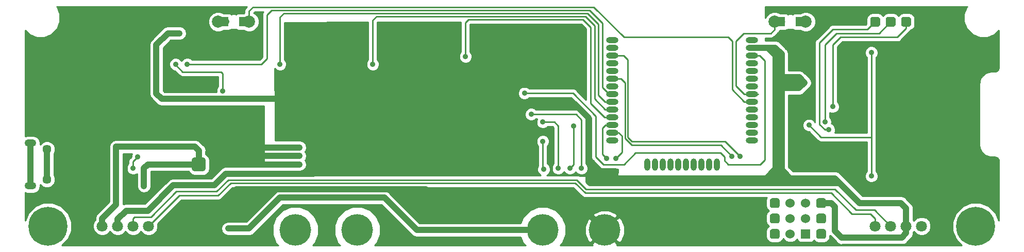
<source format=gtl>
G04 #@! TF.GenerationSoftware,KiCad,Pcbnew,5.0.0-rc2-dev-unknown-b5f1fdd~62~ubuntu16.04.1*
G04 #@! TF.CreationDate,2018-03-21T15:48:13+05:30*
G04 #@! TF.ProjectId,k3jr_controller,6B336A725F636F6E74726F6C6C65722E,rev 1*
G04 #@! TF.SameCoordinates,Original*
G04 #@! TF.FileFunction,Copper,L1,Top,Signal*
G04 #@! TF.FilePolarity,Positive*
%FSLAX46Y46*%
G04 Gerber Fmt 4.6, Leading zero omitted, Abs format (unit mm)*
G04 Created by KiCad (PCBNEW 5.0.0-rc2-dev-unknown-b5f1fdd~62~ubuntu16.04.1) date Wed Mar 21 15:48:13 2018*
%MOMM*%
%LPD*%
G01*
G04 APERTURE LIST*
%ADD10C,2.000000*%
%ADD11R,1.300480X1.498600*%
%ADD12C,1.450000*%
%ADD13O,1.900000X1.200000*%
%ADD14C,0.800000*%
%ADD15C,6.400000*%
%ADD16C,0.127000*%
%ADD17C,1.600000*%
%ADD18C,5.200000*%
%ADD19C,1.524000*%
%ADD20R,1.524000X1.524000*%
%ADD21C,1.800000*%
%ADD22O,1.000000X2.000000*%
%ADD23O,2.000000X1.000000*%
%ADD24C,0.900000*%
%ADD25C,1.016000*%
%ADD26C,0.254000*%
G04 APERTURE END LIST*
D10*
X83185000Y-53975000D03*
X88265000Y-53975000D03*
D11*
X87225000Y-53975000D03*
X84225000Y-53975000D03*
D10*
X179705000Y-53975000D03*
X174625000Y-53975000D03*
D11*
X175665000Y-53975000D03*
X178665000Y-53975000D03*
D12*
X55055000Y-79970000D03*
X55055000Y-74970000D03*
D13*
X52355000Y-80970000D03*
X52355000Y-73970000D03*
D14*
X56942056Y-85932944D03*
X55245000Y-85230000D03*
X53547944Y-85932944D03*
X52845000Y-87630000D03*
X53547944Y-89327056D03*
X55245000Y-90030000D03*
X56942056Y-89327056D03*
X57645000Y-87630000D03*
D15*
X55245000Y-87630000D03*
D14*
X80010000Y-77470000D03*
X79375000Y-76835000D03*
X80645000Y-76835000D03*
X80645000Y-78105000D03*
X79375000Y-78105000D03*
D16*
G36*
X191574207Y-53176926D02*
X191613036Y-53182686D01*
X191651114Y-53192224D01*
X191688073Y-53205448D01*
X191723559Y-53222231D01*
X191757228Y-53242412D01*
X191788757Y-53265796D01*
X191817843Y-53292157D01*
X191844204Y-53321243D01*
X191867588Y-53352772D01*
X191887769Y-53386441D01*
X191904552Y-53421927D01*
X191917776Y-53458886D01*
X191927314Y-53496964D01*
X191933074Y-53535793D01*
X191935000Y-53575000D01*
X191935000Y-54375000D01*
X191933074Y-54414207D01*
X191927314Y-54453036D01*
X191917776Y-54491114D01*
X191904552Y-54528073D01*
X191887769Y-54563559D01*
X191867588Y-54597228D01*
X191844204Y-54628757D01*
X191817843Y-54657843D01*
X191788757Y-54684204D01*
X191757228Y-54707588D01*
X191723559Y-54727769D01*
X191688073Y-54744552D01*
X191651114Y-54757776D01*
X191613036Y-54767314D01*
X191574207Y-54773074D01*
X191535000Y-54775000D01*
X190735000Y-54775000D01*
X190695793Y-54773074D01*
X190656964Y-54767314D01*
X190618886Y-54757776D01*
X190581927Y-54744552D01*
X190546441Y-54727769D01*
X190512772Y-54707588D01*
X190481243Y-54684204D01*
X190452157Y-54657843D01*
X190425796Y-54628757D01*
X190402412Y-54597228D01*
X190382231Y-54563559D01*
X190365448Y-54528073D01*
X190352224Y-54491114D01*
X190342686Y-54453036D01*
X190336926Y-54414207D01*
X190335000Y-54375000D01*
X190335000Y-53575000D01*
X190336926Y-53535793D01*
X190342686Y-53496964D01*
X190352224Y-53458886D01*
X190365448Y-53421927D01*
X190382231Y-53386441D01*
X190402412Y-53352772D01*
X190425796Y-53321243D01*
X190452157Y-53292157D01*
X190481243Y-53265796D01*
X190512772Y-53242412D01*
X190546441Y-53222231D01*
X190581927Y-53205448D01*
X190618886Y-53192224D01*
X190656964Y-53182686D01*
X190695793Y-53176926D01*
X190735000Y-53175000D01*
X191535000Y-53175000D01*
X191574207Y-53176926D01*
X191574207Y-53176926D01*
G37*
D17*
X191135000Y-53975000D03*
D14*
X209342056Y-85932944D03*
X207645000Y-85230000D03*
X205947944Y-85932944D03*
X205245000Y-87630000D03*
X205947944Y-89327056D03*
X207645000Y-90030000D03*
X209342056Y-89327056D03*
X210045000Y-87630000D03*
D15*
X207645000Y-87630000D03*
D18*
X136525000Y-88265000D03*
X146685000Y-88265000D03*
D16*
G36*
X182684207Y-88101926D02*
X182723036Y-88107686D01*
X182761114Y-88117224D01*
X182798073Y-88130448D01*
X182833559Y-88147231D01*
X182867228Y-88167412D01*
X182898757Y-88190796D01*
X182927843Y-88217157D01*
X182954204Y-88246243D01*
X182977588Y-88277772D01*
X182997769Y-88311441D01*
X183014552Y-88346927D01*
X183027776Y-88383886D01*
X183037314Y-88421964D01*
X183043074Y-88460793D01*
X183045000Y-88500000D01*
X183045000Y-89300000D01*
X183043074Y-89339207D01*
X183037314Y-89378036D01*
X183027776Y-89416114D01*
X183014552Y-89453073D01*
X182997769Y-89488559D01*
X182977588Y-89522228D01*
X182954204Y-89553757D01*
X182927843Y-89582843D01*
X182898757Y-89609204D01*
X182867228Y-89632588D01*
X182833559Y-89652769D01*
X182798073Y-89669552D01*
X182761114Y-89682776D01*
X182723036Y-89692314D01*
X182684207Y-89698074D01*
X182645000Y-89700000D01*
X181845000Y-89700000D01*
X181805793Y-89698074D01*
X181766964Y-89692314D01*
X181728886Y-89682776D01*
X181691927Y-89669552D01*
X181656441Y-89652769D01*
X181622772Y-89632588D01*
X181591243Y-89609204D01*
X181562157Y-89582843D01*
X181535796Y-89553757D01*
X181512412Y-89522228D01*
X181492231Y-89488559D01*
X181475448Y-89453073D01*
X181462224Y-89416114D01*
X181452686Y-89378036D01*
X181446926Y-89339207D01*
X181445000Y-89300000D01*
X181445000Y-88500000D01*
X181446926Y-88460793D01*
X181452686Y-88421964D01*
X181462224Y-88383886D01*
X181475448Y-88346927D01*
X181492231Y-88311441D01*
X181512412Y-88277772D01*
X181535796Y-88246243D01*
X181562157Y-88217157D01*
X181591243Y-88190796D01*
X181622772Y-88167412D01*
X181656441Y-88147231D01*
X181691927Y-88130448D01*
X181728886Y-88117224D01*
X181766964Y-88107686D01*
X181805793Y-88101926D01*
X181845000Y-88100000D01*
X182645000Y-88100000D01*
X182684207Y-88101926D01*
X182684207Y-88101926D01*
G37*
D17*
X182245000Y-88900000D03*
D16*
G36*
X175064207Y-88101926D02*
X175103036Y-88107686D01*
X175141114Y-88117224D01*
X175178073Y-88130448D01*
X175213559Y-88147231D01*
X175247228Y-88167412D01*
X175278757Y-88190796D01*
X175307843Y-88217157D01*
X175334204Y-88246243D01*
X175357588Y-88277772D01*
X175377769Y-88311441D01*
X175394552Y-88346927D01*
X175407776Y-88383886D01*
X175417314Y-88421964D01*
X175423074Y-88460793D01*
X175425000Y-88500000D01*
X175425000Y-89300000D01*
X175423074Y-89339207D01*
X175417314Y-89378036D01*
X175407776Y-89416114D01*
X175394552Y-89453073D01*
X175377769Y-89488559D01*
X175357588Y-89522228D01*
X175334204Y-89553757D01*
X175307843Y-89582843D01*
X175278757Y-89609204D01*
X175247228Y-89632588D01*
X175213559Y-89652769D01*
X175178073Y-89669552D01*
X175141114Y-89682776D01*
X175103036Y-89692314D01*
X175064207Y-89698074D01*
X175025000Y-89700000D01*
X174225000Y-89700000D01*
X174185793Y-89698074D01*
X174146964Y-89692314D01*
X174108886Y-89682776D01*
X174071927Y-89669552D01*
X174036441Y-89652769D01*
X174002772Y-89632588D01*
X173971243Y-89609204D01*
X173942157Y-89582843D01*
X173915796Y-89553757D01*
X173892412Y-89522228D01*
X173872231Y-89488559D01*
X173855448Y-89453073D01*
X173842224Y-89416114D01*
X173832686Y-89378036D01*
X173826926Y-89339207D01*
X173825000Y-89300000D01*
X173825000Y-88500000D01*
X173826926Y-88460793D01*
X173832686Y-88421964D01*
X173842224Y-88383886D01*
X173855448Y-88346927D01*
X173872231Y-88311441D01*
X173892412Y-88277772D01*
X173915796Y-88246243D01*
X173942157Y-88217157D01*
X173971243Y-88190796D01*
X174002772Y-88167412D01*
X174036441Y-88147231D01*
X174071927Y-88130448D01*
X174108886Y-88117224D01*
X174146964Y-88107686D01*
X174185793Y-88101926D01*
X174225000Y-88100000D01*
X175025000Y-88100000D01*
X175064207Y-88101926D01*
X175064207Y-88101926D01*
G37*
D17*
X174625000Y-88900000D03*
D16*
G36*
X182684207Y-85561926D02*
X182723036Y-85567686D01*
X182761114Y-85577224D01*
X182798073Y-85590448D01*
X182833559Y-85607231D01*
X182867228Y-85627412D01*
X182898757Y-85650796D01*
X182927843Y-85677157D01*
X182954204Y-85706243D01*
X182977588Y-85737772D01*
X182997769Y-85771441D01*
X183014552Y-85806927D01*
X183027776Y-85843886D01*
X183037314Y-85881964D01*
X183043074Y-85920793D01*
X183045000Y-85960000D01*
X183045000Y-86760000D01*
X183043074Y-86799207D01*
X183037314Y-86838036D01*
X183027776Y-86876114D01*
X183014552Y-86913073D01*
X182997769Y-86948559D01*
X182977588Y-86982228D01*
X182954204Y-87013757D01*
X182927843Y-87042843D01*
X182898757Y-87069204D01*
X182867228Y-87092588D01*
X182833559Y-87112769D01*
X182798073Y-87129552D01*
X182761114Y-87142776D01*
X182723036Y-87152314D01*
X182684207Y-87158074D01*
X182645000Y-87160000D01*
X181845000Y-87160000D01*
X181805793Y-87158074D01*
X181766964Y-87152314D01*
X181728886Y-87142776D01*
X181691927Y-87129552D01*
X181656441Y-87112769D01*
X181622772Y-87092588D01*
X181591243Y-87069204D01*
X181562157Y-87042843D01*
X181535796Y-87013757D01*
X181512412Y-86982228D01*
X181492231Y-86948559D01*
X181475448Y-86913073D01*
X181462224Y-86876114D01*
X181452686Y-86838036D01*
X181446926Y-86799207D01*
X181445000Y-86760000D01*
X181445000Y-85960000D01*
X181446926Y-85920793D01*
X181452686Y-85881964D01*
X181462224Y-85843886D01*
X181475448Y-85806927D01*
X181492231Y-85771441D01*
X181512412Y-85737772D01*
X181535796Y-85706243D01*
X181562157Y-85677157D01*
X181591243Y-85650796D01*
X181622772Y-85627412D01*
X181656441Y-85607231D01*
X181691927Y-85590448D01*
X181728886Y-85577224D01*
X181766964Y-85567686D01*
X181805793Y-85561926D01*
X181845000Y-85560000D01*
X182645000Y-85560000D01*
X182684207Y-85561926D01*
X182684207Y-85561926D01*
G37*
D17*
X182245000Y-86360000D03*
D19*
X179705000Y-83820000D03*
X177165000Y-83820000D03*
X179705000Y-86360000D03*
X177165000Y-86360000D03*
D20*
X179705000Y-88900000D03*
D19*
X177165000Y-88900000D03*
D16*
G36*
X175064207Y-85561926D02*
X175103036Y-85567686D01*
X175141114Y-85577224D01*
X175178073Y-85590448D01*
X175213559Y-85607231D01*
X175247228Y-85627412D01*
X175278757Y-85650796D01*
X175307843Y-85677157D01*
X175334204Y-85706243D01*
X175357588Y-85737772D01*
X175377769Y-85771441D01*
X175394552Y-85806927D01*
X175407776Y-85843886D01*
X175417314Y-85881964D01*
X175423074Y-85920793D01*
X175425000Y-85960000D01*
X175425000Y-86760000D01*
X175423074Y-86799207D01*
X175417314Y-86838036D01*
X175407776Y-86876114D01*
X175394552Y-86913073D01*
X175377769Y-86948559D01*
X175357588Y-86982228D01*
X175334204Y-87013757D01*
X175307843Y-87042843D01*
X175278757Y-87069204D01*
X175247228Y-87092588D01*
X175213559Y-87112769D01*
X175178073Y-87129552D01*
X175141114Y-87142776D01*
X175103036Y-87152314D01*
X175064207Y-87158074D01*
X175025000Y-87160000D01*
X174225000Y-87160000D01*
X174185793Y-87158074D01*
X174146964Y-87152314D01*
X174108886Y-87142776D01*
X174071927Y-87129552D01*
X174036441Y-87112769D01*
X174002772Y-87092588D01*
X173971243Y-87069204D01*
X173942157Y-87042843D01*
X173915796Y-87013757D01*
X173892412Y-86982228D01*
X173872231Y-86948559D01*
X173855448Y-86913073D01*
X173842224Y-86876114D01*
X173832686Y-86838036D01*
X173826926Y-86799207D01*
X173825000Y-86760000D01*
X173825000Y-85960000D01*
X173826926Y-85920793D01*
X173832686Y-85881964D01*
X173842224Y-85843886D01*
X173855448Y-85806927D01*
X173872231Y-85771441D01*
X173892412Y-85737772D01*
X173915796Y-85706243D01*
X173942157Y-85677157D01*
X173971243Y-85650796D01*
X174002772Y-85627412D01*
X174036441Y-85607231D01*
X174071927Y-85590448D01*
X174108886Y-85577224D01*
X174146964Y-85567686D01*
X174185793Y-85561926D01*
X174225000Y-85560000D01*
X175025000Y-85560000D01*
X175064207Y-85561926D01*
X175064207Y-85561926D01*
G37*
D17*
X174625000Y-86360000D03*
D16*
G36*
X182684207Y-83021926D02*
X182723036Y-83027686D01*
X182761114Y-83037224D01*
X182798073Y-83050448D01*
X182833559Y-83067231D01*
X182867228Y-83087412D01*
X182898757Y-83110796D01*
X182927843Y-83137157D01*
X182954204Y-83166243D01*
X182977588Y-83197772D01*
X182997769Y-83231441D01*
X183014552Y-83266927D01*
X183027776Y-83303886D01*
X183037314Y-83341964D01*
X183043074Y-83380793D01*
X183045000Y-83420000D01*
X183045000Y-84220000D01*
X183043074Y-84259207D01*
X183037314Y-84298036D01*
X183027776Y-84336114D01*
X183014552Y-84373073D01*
X182997769Y-84408559D01*
X182977588Y-84442228D01*
X182954204Y-84473757D01*
X182927843Y-84502843D01*
X182898757Y-84529204D01*
X182867228Y-84552588D01*
X182833559Y-84572769D01*
X182798073Y-84589552D01*
X182761114Y-84602776D01*
X182723036Y-84612314D01*
X182684207Y-84618074D01*
X182645000Y-84620000D01*
X181845000Y-84620000D01*
X181805793Y-84618074D01*
X181766964Y-84612314D01*
X181728886Y-84602776D01*
X181691927Y-84589552D01*
X181656441Y-84572769D01*
X181622772Y-84552588D01*
X181591243Y-84529204D01*
X181562157Y-84502843D01*
X181535796Y-84473757D01*
X181512412Y-84442228D01*
X181492231Y-84408559D01*
X181475448Y-84373073D01*
X181462224Y-84336114D01*
X181452686Y-84298036D01*
X181446926Y-84259207D01*
X181445000Y-84220000D01*
X181445000Y-83420000D01*
X181446926Y-83380793D01*
X181452686Y-83341964D01*
X181462224Y-83303886D01*
X181475448Y-83266927D01*
X181492231Y-83231441D01*
X181512412Y-83197772D01*
X181535796Y-83166243D01*
X181562157Y-83137157D01*
X181591243Y-83110796D01*
X181622772Y-83087412D01*
X181656441Y-83067231D01*
X181691927Y-83050448D01*
X181728886Y-83037224D01*
X181766964Y-83027686D01*
X181805793Y-83021926D01*
X181845000Y-83020000D01*
X182645000Y-83020000D01*
X182684207Y-83021926D01*
X182684207Y-83021926D01*
G37*
D17*
X182245000Y-83820000D03*
D16*
G36*
X175064207Y-83021926D02*
X175103036Y-83027686D01*
X175141114Y-83037224D01*
X175178073Y-83050448D01*
X175213559Y-83067231D01*
X175247228Y-83087412D01*
X175278757Y-83110796D01*
X175307843Y-83137157D01*
X175334204Y-83166243D01*
X175357588Y-83197772D01*
X175377769Y-83231441D01*
X175394552Y-83266927D01*
X175407776Y-83303886D01*
X175417314Y-83341964D01*
X175423074Y-83380793D01*
X175425000Y-83420000D01*
X175425000Y-84220000D01*
X175423074Y-84259207D01*
X175417314Y-84298036D01*
X175407776Y-84336114D01*
X175394552Y-84373073D01*
X175377769Y-84408559D01*
X175357588Y-84442228D01*
X175334204Y-84473757D01*
X175307843Y-84502843D01*
X175278757Y-84529204D01*
X175247228Y-84552588D01*
X175213559Y-84572769D01*
X175178073Y-84589552D01*
X175141114Y-84602776D01*
X175103036Y-84612314D01*
X175064207Y-84618074D01*
X175025000Y-84620000D01*
X174225000Y-84620000D01*
X174185793Y-84618074D01*
X174146964Y-84612314D01*
X174108886Y-84602776D01*
X174071927Y-84589552D01*
X174036441Y-84572769D01*
X174002772Y-84552588D01*
X173971243Y-84529204D01*
X173942157Y-84502843D01*
X173915796Y-84473757D01*
X173892412Y-84442228D01*
X173872231Y-84408559D01*
X173855448Y-84373073D01*
X173842224Y-84336114D01*
X173832686Y-84298036D01*
X173826926Y-84259207D01*
X173825000Y-84220000D01*
X173825000Y-83420000D01*
X173826926Y-83380793D01*
X173832686Y-83341964D01*
X173842224Y-83303886D01*
X173855448Y-83266927D01*
X173872231Y-83231441D01*
X173892412Y-83197772D01*
X173915796Y-83166243D01*
X173942157Y-83137157D01*
X173971243Y-83110796D01*
X174002772Y-83087412D01*
X174036441Y-83067231D01*
X174071927Y-83050448D01*
X174108886Y-83037224D01*
X174146964Y-83027686D01*
X174185793Y-83021926D01*
X174225000Y-83020000D01*
X175025000Y-83020000D01*
X175064207Y-83021926D01*
X175064207Y-83021926D01*
G37*
D17*
X174625000Y-83820000D03*
D16*
G36*
X196654207Y-53176926D02*
X196693036Y-53182686D01*
X196731114Y-53192224D01*
X196768073Y-53205448D01*
X196803559Y-53222231D01*
X196837228Y-53242412D01*
X196868757Y-53265796D01*
X196897843Y-53292157D01*
X196924204Y-53321243D01*
X196947588Y-53352772D01*
X196967769Y-53386441D01*
X196984552Y-53421927D01*
X196997776Y-53458886D01*
X197007314Y-53496964D01*
X197013074Y-53535793D01*
X197015000Y-53575000D01*
X197015000Y-54375000D01*
X197013074Y-54414207D01*
X197007314Y-54453036D01*
X196997776Y-54491114D01*
X196984552Y-54528073D01*
X196967769Y-54563559D01*
X196947588Y-54597228D01*
X196924204Y-54628757D01*
X196897843Y-54657843D01*
X196868757Y-54684204D01*
X196837228Y-54707588D01*
X196803559Y-54727769D01*
X196768073Y-54744552D01*
X196731114Y-54757776D01*
X196693036Y-54767314D01*
X196654207Y-54773074D01*
X196615000Y-54775000D01*
X195815000Y-54775000D01*
X195775793Y-54773074D01*
X195736964Y-54767314D01*
X195698886Y-54757776D01*
X195661927Y-54744552D01*
X195626441Y-54727769D01*
X195592772Y-54707588D01*
X195561243Y-54684204D01*
X195532157Y-54657843D01*
X195505796Y-54628757D01*
X195482412Y-54597228D01*
X195462231Y-54563559D01*
X195445448Y-54528073D01*
X195432224Y-54491114D01*
X195422686Y-54453036D01*
X195416926Y-54414207D01*
X195415000Y-54375000D01*
X195415000Y-53575000D01*
X195416926Y-53535793D01*
X195422686Y-53496964D01*
X195432224Y-53458886D01*
X195445448Y-53421927D01*
X195462231Y-53386441D01*
X195482412Y-53352772D01*
X195505796Y-53321243D01*
X195532157Y-53292157D01*
X195561243Y-53265796D01*
X195592772Y-53242412D01*
X195626441Y-53222231D01*
X195661927Y-53205448D01*
X195698886Y-53192224D01*
X195736964Y-53182686D01*
X195775793Y-53176926D01*
X195815000Y-53175000D01*
X196615000Y-53175000D01*
X196654207Y-53176926D01*
X196654207Y-53176926D01*
G37*
D17*
X196215000Y-53975000D03*
D16*
G36*
X194114207Y-53176926D02*
X194153036Y-53182686D01*
X194191114Y-53192224D01*
X194228073Y-53205448D01*
X194263559Y-53222231D01*
X194297228Y-53242412D01*
X194328757Y-53265796D01*
X194357843Y-53292157D01*
X194384204Y-53321243D01*
X194407588Y-53352772D01*
X194427769Y-53386441D01*
X194444552Y-53421927D01*
X194457776Y-53458886D01*
X194467314Y-53496964D01*
X194473074Y-53535793D01*
X194475000Y-53575000D01*
X194475000Y-54375000D01*
X194473074Y-54414207D01*
X194467314Y-54453036D01*
X194457776Y-54491114D01*
X194444552Y-54528073D01*
X194427769Y-54563559D01*
X194407588Y-54597228D01*
X194384204Y-54628757D01*
X194357843Y-54657843D01*
X194328757Y-54684204D01*
X194297228Y-54707588D01*
X194263559Y-54727769D01*
X194228073Y-54744552D01*
X194191114Y-54757776D01*
X194153036Y-54767314D01*
X194114207Y-54773074D01*
X194075000Y-54775000D01*
X193275000Y-54775000D01*
X193235793Y-54773074D01*
X193196964Y-54767314D01*
X193158886Y-54757776D01*
X193121927Y-54744552D01*
X193086441Y-54727769D01*
X193052772Y-54707588D01*
X193021243Y-54684204D01*
X192992157Y-54657843D01*
X192965796Y-54628757D01*
X192942412Y-54597228D01*
X192922231Y-54563559D01*
X192905448Y-54528073D01*
X192892224Y-54491114D01*
X192882686Y-54453036D01*
X192876926Y-54414207D01*
X192875000Y-54375000D01*
X192875000Y-53575000D01*
X192876926Y-53535793D01*
X192882686Y-53496964D01*
X192892224Y-53458886D01*
X192905448Y-53421927D01*
X192922231Y-53386441D01*
X192942412Y-53352772D01*
X192965796Y-53321243D01*
X192992157Y-53292157D01*
X193021243Y-53265796D01*
X193052772Y-53242412D01*
X193086441Y-53222231D01*
X193121927Y-53205448D01*
X193158886Y-53192224D01*
X193196964Y-53182686D01*
X193235793Y-53176926D01*
X193275000Y-53175000D01*
X194075000Y-53175000D01*
X194114207Y-53176926D01*
X194114207Y-53176926D01*
G37*
D17*
X193675000Y-53975000D03*
D21*
X64135000Y-87630000D03*
X66675000Y-87630000D03*
X69215000Y-87630000D03*
X71755000Y-87630000D03*
X191135000Y-87630000D03*
X193675000Y-87630000D03*
X196215000Y-87630000D03*
X198755000Y-87630000D03*
D18*
X106045000Y-88265000D03*
X95885000Y-88265000D03*
D22*
X158750000Y-77480000D03*
X153670000Y-77480000D03*
X154940000Y-77480000D03*
X156210000Y-77480000D03*
X157480000Y-77480000D03*
X160020000Y-77480000D03*
X161290000Y-77480000D03*
X162560000Y-77480000D03*
X163830000Y-77480000D03*
X165100000Y-77480000D03*
D23*
X147885000Y-59520000D03*
X147885000Y-70950000D03*
X147885000Y-62060000D03*
X147885000Y-64600000D03*
X147885000Y-65870000D03*
X147885000Y-72220000D03*
X147885000Y-73490000D03*
X147885000Y-63330000D03*
X147885000Y-69680000D03*
X147885000Y-56980000D03*
X147885000Y-60790000D03*
X147885000Y-68410000D03*
X147885000Y-67140000D03*
X147885000Y-58250000D03*
X170885000Y-73490000D03*
X170885000Y-72220000D03*
X170885000Y-70950000D03*
X170885000Y-69680000D03*
X170885000Y-68410000D03*
X170885000Y-67140000D03*
X170885000Y-65870000D03*
X170885000Y-64600000D03*
X170885000Y-63330000D03*
X170885000Y-62060000D03*
X170885000Y-60790000D03*
X170885000Y-59520000D03*
X170885000Y-58250000D03*
X170885000Y-56980000D03*
D24*
X87376000Y-88011000D03*
X86106000Y-88011000D03*
X84836000Y-88011000D03*
X70993000Y-81010000D03*
X66421000Y-79756000D03*
X66421000Y-74549000D03*
X81661000Y-71755000D03*
X95250000Y-74676000D03*
X95250000Y-76073000D03*
X95250000Y-77470000D03*
X60833000Y-83185000D03*
X58039000Y-82550000D03*
X63500000Y-82550000D03*
X118237000Y-86741000D03*
X114808000Y-90170000D03*
X118237000Y-85471000D03*
X113411000Y-90170000D03*
X103505000Y-72390000D03*
X103505000Y-70485000D03*
X103505000Y-68580000D03*
X76708000Y-66675000D03*
X121285000Y-74295000D03*
X123825000Y-74295000D03*
X100965000Y-74295000D03*
X103505000Y-74295000D03*
X106045000Y-74295000D03*
X108585000Y-74295000D03*
X113665000Y-74295000D03*
X116205000Y-74295000D03*
X118745000Y-74295000D03*
X126365000Y-74295000D03*
X126365000Y-70485000D03*
X126365000Y-68580000D03*
X111125000Y-74295000D03*
X126365000Y-72390000D03*
X76835000Y-55880000D03*
X83947000Y-65405000D03*
X69215002Y-78105000D03*
X69977000Y-76200000D03*
X136687350Y-78267350D03*
X126365000Y-66675000D03*
X123825000Y-66675000D03*
X121285000Y-66675000D03*
X118745000Y-66675000D03*
X116205000Y-66675000D03*
X113665000Y-66675000D03*
X111125000Y-66675000D03*
X108585000Y-66675000D03*
X106045000Y-66675000D03*
X103505000Y-66675000D03*
X100965000Y-66675000D03*
X183515000Y-71755000D03*
X123825000Y-59690000D03*
X184150000Y-67945000D03*
X182880000Y-70485000D03*
X78105000Y-60960000D03*
X93345000Y-60960000D03*
X141605000Y-71120000D03*
X140970000Y-78105000D03*
X136525000Y-70485000D03*
X139065000Y-78105000D03*
X148500000Y-76500000D03*
X136525000Y-73660000D03*
X142875000Y-78105000D03*
X134620000Y-69215000D03*
X76200000Y-60960000D03*
X133500000Y-65749996D03*
X116205000Y-68580000D03*
X109855000Y-72390000D03*
X117475000Y-69850000D03*
X109855000Y-69850000D03*
X111125000Y-68580000D03*
X112395000Y-68580000D03*
X114935000Y-68580000D03*
X113665000Y-68580000D03*
X117475000Y-72390000D03*
X117475000Y-71120000D03*
X109855000Y-71120000D03*
X131445000Y-66675000D03*
X179500000Y-64000000D03*
X108585000Y-60960000D03*
X147000000Y-76500000D03*
X190500000Y-59055000D03*
X190500000Y-79375000D03*
X96520000Y-76073000D03*
X96520000Y-77470000D03*
X96520000Y-74676000D03*
X93980000Y-74676000D03*
X93980000Y-76073000D03*
X93980000Y-77470000D03*
X180250000Y-71000000D03*
X167600000Y-76100000D03*
X168900000Y-76100000D03*
D25*
X93345000Y-82931000D02*
X88265000Y-88011000D01*
X110490000Y-82931000D02*
X93345000Y-82931000D01*
X115824000Y-88265000D02*
X110490000Y-82931000D01*
X136525000Y-88265000D02*
X115824000Y-88265000D01*
X88265000Y-88011000D02*
X84836000Y-88011000D01*
X64135000Y-87630000D02*
X64135000Y-86357208D01*
X64135000Y-86357208D02*
X66421000Y-84071208D01*
X66421000Y-80392396D02*
X66421000Y-79756000D01*
X66421000Y-84071208D02*
X66421000Y-80392396D01*
X70993000Y-78105000D02*
X71628000Y-77470000D01*
X71628000Y-77470000D02*
X80010000Y-77470000D01*
X70993000Y-81010000D02*
X70993000Y-78105000D01*
X66421000Y-79756000D02*
X66421000Y-74549000D01*
X79375000Y-74549000D02*
X66421000Y-74549000D01*
X80010000Y-75184000D02*
X79375000Y-74549000D01*
X80010000Y-77470000D02*
X80010000Y-75184000D01*
X86233000Y-81534000D02*
X77470000Y-90297000D01*
X77470000Y-90297000D02*
X62484000Y-90297000D01*
X60833000Y-83821396D02*
X60833000Y-83185000D01*
X117271000Y-81534000D02*
X86233000Y-81534000D01*
X62484000Y-90297000D02*
X60833000Y-88646000D01*
X118237000Y-82500000D02*
X117271000Y-81534000D01*
X60833000Y-88646000D02*
X60833000Y-83821396D01*
X93980000Y-74676000D02*
X87122000Y-74676000D01*
X87122000Y-74676000D02*
X85725000Y-76073000D01*
X93980000Y-77470000D02*
X87122000Y-77470000D01*
X87122000Y-77470000D02*
X85725000Y-76073000D01*
X83058000Y-71755000D02*
X81661000Y-71755000D01*
X84328000Y-71755000D02*
X83058000Y-71755000D01*
X84328000Y-74676000D02*
X84328000Y-71755000D01*
X85725000Y-76073000D02*
X84328000Y-74676000D01*
X93980000Y-76073000D02*
X85725000Y-76073000D01*
X95250000Y-77470000D02*
X93980000Y-77470000D01*
X96520000Y-77470000D02*
X95250000Y-77470000D01*
X95250000Y-76073000D02*
X93980000Y-76073000D01*
X96520000Y-76073000D02*
X95250000Y-76073000D01*
X95250000Y-74676000D02*
X93980000Y-74676000D01*
X96520000Y-74676000D02*
X95250000Y-74676000D01*
X81661000Y-71755000D02*
X64643000Y-71755000D01*
X64643000Y-71755000D02*
X63500000Y-72898000D01*
X63500000Y-82550000D02*
X63500000Y-72898000D01*
X118237000Y-86741000D02*
X118237000Y-85471000D01*
X113411000Y-90170000D02*
X114808000Y-90170000D01*
X118237000Y-82500000D02*
X140920000Y-82500000D01*
X118237000Y-85471000D02*
X118237000Y-82500000D01*
X140920000Y-82500000D02*
X146685000Y-88265000D01*
D26*
X88900000Y-51562000D02*
X144907000Y-51562000D01*
X144907000Y-51562000D02*
X149860000Y-56515000D01*
X88265000Y-52197000D02*
X88900000Y-51562000D01*
X88265000Y-53975000D02*
X88265000Y-52197000D01*
X167640000Y-57150000D02*
X167640000Y-65149000D01*
X149860000Y-56515000D02*
X167005000Y-56515000D01*
X167005000Y-56515000D02*
X167640000Y-57150000D01*
X167640000Y-65149000D02*
X169631000Y-67140000D01*
X169631000Y-67140000D02*
X170885000Y-67140000D01*
X86677500Y-53975000D02*
X88265000Y-53975000D01*
X170885000Y-65870000D02*
X169631000Y-65870000D01*
X169631000Y-65870000D02*
X168275000Y-64514000D01*
X168275000Y-64514000D02*
X168275000Y-57150000D01*
X169545000Y-55880000D02*
X168275000Y-57150000D01*
X174625000Y-55245000D02*
X173990000Y-55880000D01*
X174625000Y-53975000D02*
X174625000Y-55245000D01*
X173990000Y-55880000D02*
X169545000Y-55880000D01*
X174625000Y-53975000D02*
X176212500Y-53975000D01*
D25*
X146425000Y-80512000D02*
X145796000Y-79883000D01*
X145796000Y-79883000D02*
X145161000Y-79248000D01*
X144018000Y-79696000D02*
X145609000Y-79696000D01*
X145609000Y-79696000D02*
X145796000Y-79883000D01*
X144018000Y-79696000D02*
X144593000Y-79121000D01*
X146425000Y-80512000D02*
X144278000Y-80512000D01*
X144278000Y-80512000D02*
X144018000Y-80252000D01*
X144018000Y-80252000D02*
X144018000Y-79696000D01*
X144593000Y-79121000D02*
X144593000Y-78486000D01*
X144720000Y-78613000D02*
X144593000Y-78486000D01*
X144593000Y-78486000D02*
X144593000Y-77343000D01*
X148463000Y-78613000D02*
X144720000Y-78613000D01*
X148463000Y-80512000D02*
X146425000Y-80512000D01*
X148463000Y-80512000D02*
X148463000Y-78613000D01*
X185293000Y-80512000D02*
X148463000Y-80512000D01*
X145161000Y-77911000D02*
X144593000Y-77343000D01*
X144593000Y-77343000D02*
X144000000Y-76750000D01*
X173228000Y-79750000D02*
X147000000Y-79750000D01*
X174752000Y-79750000D02*
X173228000Y-79750000D01*
X174752000Y-79750000D02*
X174752000Y-78359000D01*
X174752000Y-78359000D02*
X174752000Y-59520000D01*
X174752000Y-78359000D02*
X174619000Y-78359000D01*
X174619000Y-78359000D02*
X173228000Y-79750000D01*
X177165000Y-79750000D02*
X184531000Y-79750000D01*
X176028000Y-78613000D02*
X177165000Y-79750000D01*
X175750000Y-67250000D02*
X175750000Y-78613000D01*
X175750000Y-78613000D02*
X175750000Y-79750000D01*
X175750000Y-79750000D02*
X177165000Y-79750000D01*
X175750000Y-78613000D02*
X176028000Y-78613000D01*
X147000000Y-79750000D02*
X145161000Y-77911000D01*
X145161000Y-79248000D02*
X145161000Y-77911000D01*
X185293000Y-80512000D02*
X188601000Y-83820000D01*
X184531000Y-79750000D02*
X185293000Y-80512000D01*
X175750000Y-64897000D02*
X175750000Y-64145000D01*
X175750000Y-67250000D02*
X175750000Y-64897000D01*
X175750000Y-64897000D02*
X178603000Y-64897000D01*
X178603000Y-64897000D02*
X179500000Y-64000000D01*
X175750000Y-63119000D02*
X178619000Y-63119000D01*
X178619000Y-63119000D02*
X179500000Y-64000000D01*
X175750000Y-63119000D02*
X175750000Y-59291000D01*
X175750000Y-64145000D02*
X175750000Y-63119000D01*
X175750000Y-79750000D02*
X174752000Y-79750000D01*
X173482000Y-58250000D02*
X170885000Y-58250000D01*
X174709000Y-58250000D02*
X173482000Y-58250000D01*
X174752000Y-59520000D02*
X173482000Y-58250000D01*
X71628000Y-85090000D02*
X75819000Y-80899000D01*
X68072000Y-85090000D02*
X71628000Y-85090000D01*
X84453604Y-78995396D02*
X98804604Y-78995396D01*
X66675000Y-86487000D02*
X68072000Y-85090000D01*
X66675000Y-87630000D02*
X66675000Y-86487000D01*
X75819000Y-80899000D02*
X82550000Y-80899000D01*
X100965000Y-76835000D02*
X100965000Y-74295000D01*
X82550000Y-80899000D02*
X84453604Y-78995396D01*
X98804604Y-78995396D02*
X100965000Y-76835000D01*
X175750000Y-59291000D02*
X174709000Y-58250000D01*
X179500000Y-64000000D02*
X175895000Y-64000000D01*
X175750000Y-64145000D02*
X175895000Y-64000000D01*
X195326000Y-83820000D02*
X196215000Y-84709000D01*
X188601000Y-83820000D02*
X195326000Y-83820000D01*
X196215000Y-84709000D02*
X196215000Y-87630000D01*
X195488000Y-89500000D02*
X185639000Y-89500000D01*
X196215000Y-88773000D02*
X195488000Y-89500000D01*
X185639000Y-89500000D02*
X184531000Y-88392000D01*
X196215000Y-87630000D02*
X196215000Y-88773000D01*
X184531000Y-84455000D02*
X183896000Y-83820000D01*
X184531000Y-88392000D02*
X184531000Y-84455000D01*
X183896000Y-83820000D02*
X182245000Y-83820000D01*
X103505000Y-72390000D02*
X103505000Y-74295000D01*
X103505000Y-68580000D02*
X103505000Y-66675000D01*
X100965000Y-66675000D02*
X76708000Y-66675000D01*
X76708000Y-66675000D02*
X73914000Y-66675000D01*
X73025000Y-65786000D02*
X73025000Y-57785000D01*
X73914000Y-66675000D02*
X73025000Y-65786000D01*
X73025000Y-57785000D02*
X74930000Y-55880000D01*
X74930000Y-55880000D02*
X76835000Y-55880000D01*
X126365000Y-72390000D02*
X126365000Y-70485000D01*
X123825000Y-74295000D02*
X126365000Y-74295000D01*
X118745000Y-74295000D02*
X121285000Y-74295000D01*
X113665000Y-74295000D02*
X116205000Y-74295000D01*
X108585000Y-74295000D02*
X111125000Y-74295000D01*
X103505000Y-74295000D02*
X106045000Y-74295000D01*
X126365000Y-66675000D02*
X126365000Y-68580000D01*
D26*
X179705000Y-53975000D02*
X178117500Y-53975000D01*
D25*
X83185000Y-53975000D02*
X84480399Y-53975000D01*
D26*
X76200000Y-61087000D02*
X77343000Y-62230000D01*
X83947000Y-62484000D02*
X83693000Y-62230000D01*
X83693000Y-62230000D02*
X77343000Y-62230000D01*
X83947000Y-65405000D02*
X83947000Y-62484000D01*
X76200000Y-60960000D02*
X76200000Y-61087000D01*
X172212000Y-77470000D02*
X167005000Y-77470000D01*
X172974000Y-60355000D02*
X172974000Y-76708000D01*
X172974000Y-76708000D02*
X172212000Y-77470000D01*
X170885000Y-59520000D02*
X172139000Y-59520000D01*
X172139000Y-59520000D02*
X172974000Y-60355000D01*
X166370000Y-76835000D02*
X166370000Y-76200000D01*
X151765000Y-75565000D02*
X149860000Y-77470000D01*
X145250000Y-76250000D02*
X145250000Y-69500000D01*
X166370000Y-76200000D02*
X165735000Y-75565000D01*
X167005000Y-77470000D02*
X166370000Y-76835000D01*
X165735000Y-75565000D02*
X151765000Y-75565000D01*
X141499996Y-65749996D02*
X133500000Y-65749996D01*
X149860000Y-77470000D02*
X146470000Y-77470000D01*
X146470000Y-77470000D02*
X145250000Y-76250000D01*
X145250000Y-69500000D02*
X141499996Y-65749996D01*
X69215002Y-76961998D02*
X69215002Y-78105000D01*
X69977000Y-76200000D02*
X69215002Y-76961998D01*
X85235000Y-80500000D02*
X141841000Y-80500000D01*
X83185000Y-82550000D02*
X85235000Y-80500000D01*
X143510000Y-82169000D02*
X183896000Y-82169000D01*
X76835000Y-82550000D02*
X83185000Y-82550000D01*
X141841000Y-80500000D02*
X143510000Y-82169000D01*
X187325000Y-85598000D02*
X190375792Y-85598000D01*
X71755000Y-87630000D02*
X76835000Y-82550000D01*
X183896000Y-82169000D02*
X187325000Y-85598000D01*
X190375792Y-85598000D02*
X191135000Y-86357208D01*
X191135000Y-86357208D02*
X191135000Y-87630000D01*
X84846000Y-80000000D02*
X142103000Y-80000000D01*
X72136000Y-86106000D02*
X76327000Y-81915000D01*
X76327000Y-81915000D02*
X82931000Y-81915000D01*
X69215000Y-87630000D02*
X69215000Y-86357208D01*
X184531000Y-81534000D02*
X187960000Y-84963000D01*
X69215000Y-86357208D02*
X69466208Y-86106000D01*
X82931000Y-81915000D02*
X84846000Y-80000000D01*
X142103000Y-80000000D02*
X143637000Y-81534000D01*
X69466208Y-86106000D02*
X72136000Y-86106000D01*
X143637000Y-81534000D02*
X184531000Y-81534000D01*
X187960000Y-84963000D02*
X191008000Y-84963000D01*
X191008000Y-84963000D02*
X193675000Y-87630000D01*
X136525000Y-78105000D02*
X136687350Y-78267350D01*
X136525000Y-73660000D02*
X136525000Y-78105000D01*
D25*
X108585000Y-66675000D02*
X106045000Y-66675000D01*
X113665000Y-66675000D02*
X111125000Y-66675000D01*
X118745000Y-66675000D02*
X116205000Y-66675000D01*
X123825000Y-66675000D02*
X121285000Y-66675000D01*
X131445000Y-66675000D02*
X126365000Y-66675000D01*
D26*
X150500000Y-73030000D02*
X151130000Y-73660000D01*
X149770000Y-59520000D02*
X150500000Y-60250000D01*
X150500000Y-60250000D02*
X150500000Y-73030000D01*
X147885000Y-59520000D02*
X149770000Y-59520000D01*
X151130000Y-73660000D02*
X166460000Y-73660000D01*
X166460000Y-73660000D02*
X168900000Y-76100000D01*
X150000000Y-73165000D02*
X150000000Y-64000000D01*
X151130000Y-74295000D02*
X150000000Y-73165000D01*
X165795000Y-74295000D02*
X151130000Y-74295000D01*
X167600000Y-76100000D02*
X165795000Y-74295000D01*
X149330000Y-63330000D02*
X147885000Y-63330000D01*
X150000000Y-64000000D02*
X149330000Y-63330000D01*
X144399000Y-67437000D02*
X144399000Y-54864000D01*
X146642000Y-69680000D02*
X144399000Y-67437000D01*
X144399000Y-54864000D02*
X143129000Y-53594000D01*
X147885000Y-69680000D02*
X146642000Y-69680000D01*
X143129000Y-53594000D02*
X124333000Y-53594000D01*
X124333000Y-53594000D02*
X123825000Y-54102000D01*
X123825000Y-54102000D02*
X123825000Y-59690000D01*
X145034000Y-54610000D02*
X143510000Y-53086000D01*
X108585000Y-53721000D02*
X108585000Y-60960000D01*
X145034000Y-66675000D02*
X145034000Y-54610000D01*
X109220000Y-53086000D02*
X108585000Y-53721000D01*
X146769000Y-68410000D02*
X145034000Y-66675000D01*
X143510000Y-53086000D02*
X109220000Y-53086000D01*
X147885000Y-68410000D02*
X146769000Y-68410000D01*
X145669000Y-54356000D02*
X145669000Y-66040000D01*
X93980000Y-52578000D02*
X143891000Y-52578000D01*
X93345000Y-60960000D02*
X93345000Y-53213000D01*
X93345000Y-53213000D02*
X93980000Y-52578000D01*
X143891000Y-52578000D02*
X145669000Y-54356000D01*
X145669000Y-66040000D02*
X146769000Y-67140000D01*
X146769000Y-67140000D02*
X147885000Y-67140000D01*
X146304000Y-64789000D02*
X146304000Y-54229000D01*
X146304000Y-54229000D02*
X144170389Y-52095389D01*
X147385000Y-65870000D02*
X146304000Y-64789000D01*
X90297000Y-60960000D02*
X78741396Y-60960000D01*
X147885000Y-65870000D02*
X147385000Y-65870000D01*
X91186000Y-60071000D02*
X90297000Y-60960000D01*
X78741396Y-60960000D02*
X78105000Y-60960000D01*
X144170389Y-52095389D02*
X91922611Y-52095389D01*
X91922611Y-52095389D02*
X91186000Y-52832000D01*
X91186000Y-52832000D02*
X91186000Y-60071000D01*
X196215000Y-55035000D02*
X196215000Y-53975000D01*
X184150000Y-67945000D02*
X184150000Y-57785000D01*
X184150000Y-57785000D02*
X185435000Y-56500000D01*
X185435000Y-56500000D02*
X194750000Y-56500000D01*
X194750000Y-56500000D02*
X196215000Y-55035000D01*
X184785000Y-55880000D02*
X182880000Y-57785000D01*
X191770000Y-55880000D02*
X184785000Y-55880000D01*
X193675000Y-53975000D02*
X191770000Y-55880000D01*
X182880000Y-70485000D02*
X182880000Y-57785000D01*
X182000000Y-70875000D02*
X182880000Y-71755000D01*
X191135000Y-53975000D02*
X189860000Y-55250000D01*
X184145000Y-55250000D02*
X182000000Y-57395000D01*
X189860000Y-55250000D02*
X184145000Y-55250000D01*
X182880000Y-71755000D02*
X183515000Y-71755000D01*
X182000000Y-57395000D02*
X182000000Y-70875000D01*
X170885000Y-65870000D02*
X171870000Y-65870000D01*
X141605000Y-71120000D02*
X141605000Y-77470000D01*
X141605000Y-77470000D02*
X140970000Y-78105000D01*
X139065000Y-78105000D02*
X139065000Y-71120000D01*
X139065000Y-71120000D02*
X138430000Y-70485000D01*
X138430000Y-70485000D02*
X136525000Y-70485000D01*
X147885000Y-70950000D02*
X146800000Y-70950000D01*
X146800000Y-70950000D02*
X146300001Y-71449999D01*
X146300001Y-71449999D02*
X146300001Y-75800001D01*
X146300001Y-75800001D02*
X147000000Y-76500000D01*
X147885000Y-72220000D02*
X148970000Y-72220000D01*
X148970000Y-72220000D02*
X149500000Y-72750000D01*
X149500000Y-72750000D02*
X149500000Y-75500000D01*
X149500000Y-75500000D02*
X148500000Y-76500000D01*
D25*
X79375000Y-78105000D02*
X80010000Y-77470000D01*
X80645000Y-78105000D02*
X80010000Y-77470000D01*
X80645000Y-76835000D02*
X80010000Y-77470000D01*
X79375000Y-76835000D02*
X80010000Y-77470000D01*
X79375000Y-78105000D02*
X79375000Y-76835000D01*
X79375000Y-76835000D02*
X80645000Y-76835000D01*
X80645000Y-76835000D02*
X80645000Y-78105000D01*
X80645000Y-78105000D02*
X79375000Y-78105000D01*
D26*
X190500000Y-59055000D02*
X190500000Y-73000000D01*
X190500000Y-73000000D02*
X182250000Y-73000000D01*
X190500000Y-73000000D02*
X190500000Y-79375000D01*
X182250000Y-73000000D02*
X180250000Y-71000000D01*
D25*
X144000000Y-69750000D02*
X144000000Y-76750000D01*
X131445000Y-66675000D02*
X131445000Y-67311396D01*
X131633604Y-67500000D02*
X141750000Y-67500000D01*
X131445000Y-67311396D02*
X131633604Y-67500000D01*
X141750000Y-67500000D02*
X144000000Y-69750000D01*
D26*
X142875000Y-70125000D02*
X142875000Y-78105000D01*
X141965000Y-69215000D02*
X142875000Y-70125000D01*
X134620000Y-69215000D02*
X141965000Y-69215000D01*
D25*
X52355000Y-73970000D02*
X52355000Y-80970000D01*
X55055000Y-79970000D02*
X55055000Y-74970000D01*
D26*
G36*
X123048073Y-54102000D02*
X123063000Y-54177043D01*
X123063001Y-58917578D01*
X122905182Y-59075397D01*
X122740000Y-59474180D01*
X122740000Y-59905820D01*
X122905182Y-60304603D01*
X123210397Y-60609818D01*
X123609180Y-60775000D01*
X124040820Y-60775000D01*
X124439603Y-60609818D01*
X124744818Y-60304603D01*
X124910000Y-59905820D01*
X124910000Y-59474180D01*
X124744818Y-59075397D01*
X124587000Y-58917579D01*
X124587000Y-54417630D01*
X124648630Y-54356000D01*
X142813370Y-54356000D01*
X143637001Y-55179632D01*
X143637000Y-66809370D01*
X142091879Y-65264249D01*
X142049367Y-65200625D01*
X141797313Y-65032208D01*
X141575044Y-64987996D01*
X141575039Y-64987996D01*
X141499996Y-64973069D01*
X141424953Y-64987996D01*
X134272421Y-64987996D01*
X134114603Y-64830178D01*
X133715820Y-64664996D01*
X133284180Y-64664996D01*
X132885397Y-64830178D01*
X132580182Y-65135393D01*
X132415000Y-65534176D01*
X132415000Y-65965816D01*
X132580182Y-66364599D01*
X132885397Y-66669814D01*
X133284180Y-66834996D01*
X133715820Y-66834996D01*
X134114603Y-66669814D01*
X134272421Y-66511996D01*
X141184366Y-66511996D01*
X144488001Y-69815632D01*
X144488000Y-76174957D01*
X144473073Y-76250000D01*
X144488000Y-76325043D01*
X144488000Y-76325047D01*
X144532212Y-76547316D01*
X144700629Y-76799371D01*
X144764253Y-76841883D01*
X145878118Y-77955749D01*
X145920629Y-78019371D01*
X146172683Y-78187788D01*
X146394952Y-78232000D01*
X146394953Y-78232000D01*
X146470000Y-78246928D01*
X146545047Y-78232000D01*
X148844000Y-78232000D01*
X148844000Y-78814478D01*
X148283195Y-79376545D01*
X142560742Y-79389404D01*
X142400317Y-79282212D01*
X142178048Y-79238000D01*
X142178043Y-79238000D01*
X142103000Y-79223073D01*
X142027957Y-79238000D01*
X137179234Y-79238000D01*
X137301953Y-79187168D01*
X137607168Y-78881953D01*
X137772350Y-78483170D01*
X137772350Y-78051530D01*
X137607168Y-77652747D01*
X137301953Y-77347532D01*
X137287000Y-77341338D01*
X137287000Y-74432421D01*
X137444818Y-74274603D01*
X137610000Y-73875820D01*
X137610000Y-73444180D01*
X137444818Y-73045397D01*
X137139603Y-72740182D01*
X136740820Y-72575000D01*
X136309180Y-72575000D01*
X135910397Y-72740182D01*
X135605182Y-73045397D01*
X135440000Y-73444180D01*
X135440000Y-73875820D01*
X135605182Y-74274603D01*
X135763000Y-74432421D01*
X135763001Y-77663686D01*
X135602350Y-78051530D01*
X135602350Y-78483170D01*
X135767532Y-78881953D01*
X136072747Y-79187168D01*
X136195466Y-79238000D01*
X92878866Y-79238000D01*
X92579594Y-78940875D01*
X92577971Y-78613000D01*
X96632572Y-78613000D01*
X96965976Y-78546682D01*
X97344057Y-78294057D01*
X97596682Y-77915976D01*
X97685392Y-77470000D01*
X97596682Y-77024024D01*
X97427951Y-76771500D01*
X97596682Y-76518976D01*
X97685392Y-76073000D01*
X97596682Y-75627024D01*
X97427951Y-75374500D01*
X97596682Y-75121976D01*
X97685392Y-74676000D01*
X97596682Y-74230024D01*
X97344057Y-73851943D01*
X96965976Y-73599318D01*
X96632572Y-73533000D01*
X92552823Y-73533000D01*
X92530379Y-68999180D01*
X133535000Y-68999180D01*
X133535000Y-69430820D01*
X133700182Y-69829603D01*
X134005397Y-70134818D01*
X134404180Y-70300000D01*
X134835820Y-70300000D01*
X135234603Y-70134818D01*
X135392421Y-69977000D01*
X135561025Y-69977000D01*
X135440000Y-70269180D01*
X135440000Y-70700820D01*
X135605182Y-71099603D01*
X135910397Y-71404818D01*
X136309180Y-71570000D01*
X136740820Y-71570000D01*
X137139603Y-71404818D01*
X137297421Y-71247000D01*
X138114370Y-71247000D01*
X138303001Y-71435632D01*
X138303000Y-77332579D01*
X138145182Y-77490397D01*
X137980000Y-77889180D01*
X137980000Y-78320820D01*
X138145182Y-78719603D01*
X138450397Y-79024818D01*
X138849180Y-79190000D01*
X139280820Y-79190000D01*
X139679603Y-79024818D01*
X139984818Y-78719603D01*
X140017500Y-78640702D01*
X140050182Y-78719603D01*
X140355397Y-79024818D01*
X140754180Y-79190000D01*
X141185820Y-79190000D01*
X141584603Y-79024818D01*
X141889818Y-78719603D01*
X141922500Y-78640702D01*
X141955182Y-78719603D01*
X142260397Y-79024818D01*
X142659180Y-79190000D01*
X143090820Y-79190000D01*
X143489603Y-79024818D01*
X143794818Y-78719603D01*
X143960000Y-78320820D01*
X143960000Y-77889180D01*
X143794818Y-77490397D01*
X143637000Y-77332579D01*
X143637000Y-70200042D01*
X143651927Y-70124999D01*
X143637000Y-70049956D01*
X143637000Y-70049952D01*
X143592788Y-69827683D01*
X143584314Y-69815000D01*
X143466882Y-69639251D01*
X143424371Y-69575629D01*
X143360750Y-69533119D01*
X142556883Y-68729253D01*
X142514371Y-68665629D01*
X142262317Y-68497212D01*
X142040048Y-68453000D01*
X142040043Y-68453000D01*
X141965000Y-68438073D01*
X141889957Y-68453000D01*
X135392421Y-68453000D01*
X135234603Y-68295182D01*
X134835820Y-68130000D01*
X134404180Y-68130000D01*
X134005397Y-68295182D01*
X133700182Y-68600397D01*
X133535000Y-68999180D01*
X92530379Y-68999180D01*
X92493964Y-61643385D01*
X92730397Y-61879818D01*
X93129180Y-62045000D01*
X93560820Y-62045000D01*
X93959603Y-61879818D01*
X94264818Y-61574603D01*
X94430000Y-61175820D01*
X94430000Y-60744180D01*
X94264818Y-60345397D01*
X94107000Y-60187579D01*
X94107000Y-54098014D01*
X107823000Y-54067261D01*
X107823001Y-60187578D01*
X107665182Y-60345397D01*
X107500000Y-60744180D01*
X107500000Y-61175820D01*
X107665182Y-61574603D01*
X107970397Y-61879818D01*
X108369180Y-62045000D01*
X108800820Y-62045000D01*
X109199603Y-61879818D01*
X109504818Y-61574603D01*
X109670000Y-61175820D01*
X109670000Y-60744180D01*
X109504818Y-60345397D01*
X109347000Y-60187579D01*
X109347000Y-54063844D01*
X123061779Y-54033093D01*
X123048073Y-54102000D01*
X123048073Y-54102000D01*
G37*
X123048073Y-54102000D02*
X123063000Y-54177043D01*
X123063001Y-58917578D01*
X122905182Y-59075397D01*
X122740000Y-59474180D01*
X122740000Y-59905820D01*
X122905182Y-60304603D01*
X123210397Y-60609818D01*
X123609180Y-60775000D01*
X124040820Y-60775000D01*
X124439603Y-60609818D01*
X124744818Y-60304603D01*
X124910000Y-59905820D01*
X124910000Y-59474180D01*
X124744818Y-59075397D01*
X124587000Y-58917579D01*
X124587000Y-54417630D01*
X124648630Y-54356000D01*
X142813370Y-54356000D01*
X143637001Y-55179632D01*
X143637000Y-66809370D01*
X142091879Y-65264249D01*
X142049367Y-65200625D01*
X141797313Y-65032208D01*
X141575044Y-64987996D01*
X141575039Y-64987996D01*
X141499996Y-64973069D01*
X141424953Y-64987996D01*
X134272421Y-64987996D01*
X134114603Y-64830178D01*
X133715820Y-64664996D01*
X133284180Y-64664996D01*
X132885397Y-64830178D01*
X132580182Y-65135393D01*
X132415000Y-65534176D01*
X132415000Y-65965816D01*
X132580182Y-66364599D01*
X132885397Y-66669814D01*
X133284180Y-66834996D01*
X133715820Y-66834996D01*
X134114603Y-66669814D01*
X134272421Y-66511996D01*
X141184366Y-66511996D01*
X144488001Y-69815632D01*
X144488000Y-76174957D01*
X144473073Y-76250000D01*
X144488000Y-76325043D01*
X144488000Y-76325047D01*
X144532212Y-76547316D01*
X144700629Y-76799371D01*
X144764253Y-76841883D01*
X145878118Y-77955749D01*
X145920629Y-78019371D01*
X146172683Y-78187788D01*
X146394952Y-78232000D01*
X146394953Y-78232000D01*
X146470000Y-78246928D01*
X146545047Y-78232000D01*
X148844000Y-78232000D01*
X148844000Y-78814478D01*
X148283195Y-79376545D01*
X142560742Y-79389404D01*
X142400317Y-79282212D01*
X142178048Y-79238000D01*
X142178043Y-79238000D01*
X142103000Y-79223073D01*
X142027957Y-79238000D01*
X137179234Y-79238000D01*
X137301953Y-79187168D01*
X137607168Y-78881953D01*
X137772350Y-78483170D01*
X137772350Y-78051530D01*
X137607168Y-77652747D01*
X137301953Y-77347532D01*
X137287000Y-77341338D01*
X137287000Y-74432421D01*
X137444818Y-74274603D01*
X137610000Y-73875820D01*
X137610000Y-73444180D01*
X137444818Y-73045397D01*
X137139603Y-72740182D01*
X136740820Y-72575000D01*
X136309180Y-72575000D01*
X135910397Y-72740182D01*
X135605182Y-73045397D01*
X135440000Y-73444180D01*
X135440000Y-73875820D01*
X135605182Y-74274603D01*
X135763000Y-74432421D01*
X135763001Y-77663686D01*
X135602350Y-78051530D01*
X135602350Y-78483170D01*
X135767532Y-78881953D01*
X136072747Y-79187168D01*
X136195466Y-79238000D01*
X92878866Y-79238000D01*
X92579594Y-78940875D01*
X92577971Y-78613000D01*
X96632572Y-78613000D01*
X96965976Y-78546682D01*
X97344057Y-78294057D01*
X97596682Y-77915976D01*
X97685392Y-77470000D01*
X97596682Y-77024024D01*
X97427951Y-76771500D01*
X97596682Y-76518976D01*
X97685392Y-76073000D01*
X97596682Y-75627024D01*
X97427951Y-75374500D01*
X97596682Y-75121976D01*
X97685392Y-74676000D01*
X97596682Y-74230024D01*
X97344057Y-73851943D01*
X96965976Y-73599318D01*
X96632572Y-73533000D01*
X92552823Y-73533000D01*
X92530379Y-68999180D01*
X133535000Y-68999180D01*
X133535000Y-69430820D01*
X133700182Y-69829603D01*
X134005397Y-70134818D01*
X134404180Y-70300000D01*
X134835820Y-70300000D01*
X135234603Y-70134818D01*
X135392421Y-69977000D01*
X135561025Y-69977000D01*
X135440000Y-70269180D01*
X135440000Y-70700820D01*
X135605182Y-71099603D01*
X135910397Y-71404818D01*
X136309180Y-71570000D01*
X136740820Y-71570000D01*
X137139603Y-71404818D01*
X137297421Y-71247000D01*
X138114370Y-71247000D01*
X138303001Y-71435632D01*
X138303000Y-77332579D01*
X138145182Y-77490397D01*
X137980000Y-77889180D01*
X137980000Y-78320820D01*
X138145182Y-78719603D01*
X138450397Y-79024818D01*
X138849180Y-79190000D01*
X139280820Y-79190000D01*
X139679603Y-79024818D01*
X139984818Y-78719603D01*
X140017500Y-78640702D01*
X140050182Y-78719603D01*
X140355397Y-79024818D01*
X140754180Y-79190000D01*
X141185820Y-79190000D01*
X141584603Y-79024818D01*
X141889818Y-78719603D01*
X141922500Y-78640702D01*
X141955182Y-78719603D01*
X142260397Y-79024818D01*
X142659180Y-79190000D01*
X143090820Y-79190000D01*
X143489603Y-79024818D01*
X143794818Y-78719603D01*
X143960000Y-78320820D01*
X143960000Y-77889180D01*
X143794818Y-77490397D01*
X143637000Y-77332579D01*
X143637000Y-70200042D01*
X143651927Y-70124999D01*
X143637000Y-70049956D01*
X143637000Y-70049952D01*
X143592788Y-69827683D01*
X143584314Y-69815000D01*
X143466882Y-69639251D01*
X143424371Y-69575629D01*
X143360750Y-69533119D01*
X142556883Y-68729253D01*
X142514371Y-68665629D01*
X142262317Y-68497212D01*
X142040048Y-68453000D01*
X142040043Y-68453000D01*
X141965000Y-68438073D01*
X141889957Y-68453000D01*
X135392421Y-68453000D01*
X135234603Y-68295182D01*
X134835820Y-68130000D01*
X134404180Y-68130000D01*
X134005397Y-68295182D01*
X133700182Y-68600397D01*
X133535000Y-68999180D01*
X92530379Y-68999180D01*
X92493964Y-61643385D01*
X92730397Y-61879818D01*
X93129180Y-62045000D01*
X93560820Y-62045000D01*
X93959603Y-61879818D01*
X94264818Y-61574603D01*
X94430000Y-61175820D01*
X94430000Y-60744180D01*
X94264818Y-60345397D01*
X94107000Y-60187579D01*
X94107000Y-54098014D01*
X107823000Y-54067261D01*
X107823001Y-60187578D01*
X107665182Y-60345397D01*
X107500000Y-60744180D01*
X107500000Y-61175820D01*
X107665182Y-61574603D01*
X107970397Y-61879818D01*
X108369180Y-62045000D01*
X108800820Y-62045000D01*
X109199603Y-61879818D01*
X109504818Y-61574603D01*
X109670000Y-61175820D01*
X109670000Y-60744180D01*
X109504818Y-60345397D01*
X109347000Y-60187579D01*
X109347000Y-54063844D01*
X123061779Y-54033093D01*
X123048073Y-54102000D01*
G36*
X87779251Y-51605119D02*
X87715630Y-51647629D01*
X87673119Y-51711251D01*
X87673118Y-51711252D01*
X87547213Y-51899683D01*
X87488073Y-52197000D01*
X87503001Y-52272048D01*
X87503001Y-52520919D01*
X87364568Y-52578260D01*
X86574760Y-52578260D01*
X86326995Y-52627543D01*
X86121735Y-52764695D01*
X85977619Y-52705000D01*
X85472381Y-52705000D01*
X85328265Y-52764695D01*
X85123005Y-52627543D01*
X84875240Y-52578260D01*
X84085432Y-52578260D01*
X83510222Y-52340000D01*
X82859778Y-52340000D01*
X82258847Y-52588914D01*
X81798914Y-53048847D01*
X81550000Y-53649778D01*
X81550000Y-54300222D01*
X81798914Y-54901153D01*
X82258847Y-55361086D01*
X82859778Y-55610000D01*
X83510222Y-55610000D01*
X84085432Y-55371740D01*
X84875240Y-55371740D01*
X85123005Y-55322457D01*
X85328265Y-55185305D01*
X85472381Y-55245000D01*
X85977619Y-55245000D01*
X86121735Y-55185305D01*
X86326995Y-55322457D01*
X86574760Y-55371740D01*
X87364568Y-55371740D01*
X87939778Y-55610000D01*
X88590222Y-55610000D01*
X89191153Y-55361086D01*
X89651086Y-54901153D01*
X89900000Y-54300222D01*
X89900000Y-53649778D01*
X89651086Y-53048847D01*
X89191153Y-52588914D01*
X89027000Y-52520920D01*
X89027000Y-52512630D01*
X89215631Y-52324000D01*
X90608986Y-52324000D01*
X90468212Y-52534684D01*
X90424000Y-52756953D01*
X90424000Y-52756957D01*
X90409073Y-52832000D01*
X90424000Y-52907043D01*
X90424001Y-59755368D01*
X89981370Y-60198000D01*
X78877421Y-60198000D01*
X78719603Y-60040182D01*
X78320820Y-59875000D01*
X77889180Y-59875000D01*
X77490397Y-60040182D01*
X77185182Y-60345397D01*
X77152500Y-60424298D01*
X77119818Y-60345397D01*
X76814603Y-60040182D01*
X76415820Y-59875000D01*
X75984180Y-59875000D01*
X75585397Y-60040182D01*
X75280182Y-60345397D01*
X75115000Y-60744180D01*
X75115000Y-61175820D01*
X75280182Y-61574603D01*
X75585397Y-61879818D01*
X75984180Y-62045000D01*
X76080370Y-62045000D01*
X76751117Y-62715748D01*
X76793629Y-62779371D01*
X77045683Y-62947788D01*
X77267952Y-62992000D01*
X77267956Y-62992000D01*
X77342999Y-63006927D01*
X77418042Y-62992000D01*
X83185001Y-62992000D01*
X83185000Y-64632579D01*
X83027182Y-64790397D01*
X82862000Y-65189180D01*
X82862000Y-65532000D01*
X74387446Y-65532000D01*
X74168000Y-65312555D01*
X74168000Y-58258445D01*
X75403446Y-57023000D01*
X76947572Y-57023000D01*
X77280976Y-56956682D01*
X77659057Y-56704057D01*
X77911682Y-56325976D01*
X78000392Y-55880000D01*
X77911682Y-55434024D01*
X77659057Y-55055943D01*
X77280976Y-54803318D01*
X76947572Y-54737000D01*
X75042571Y-54737000D01*
X74930000Y-54714608D01*
X74817429Y-54737000D01*
X74817428Y-54737000D01*
X74484024Y-54803318D01*
X74105943Y-55055943D01*
X74042174Y-55151380D01*
X72296380Y-56897175D01*
X72200944Y-56960943D01*
X71961062Y-57319953D01*
X71948319Y-57339024D01*
X71859608Y-57785000D01*
X71882001Y-57897576D01*
X71882000Y-65673429D01*
X71859608Y-65786000D01*
X71882000Y-65898571D01*
X71948318Y-66231975D01*
X72200943Y-66610057D01*
X72296382Y-66673827D01*
X73026174Y-67403620D01*
X73089943Y-67499057D01*
X73468024Y-67751682D01*
X73801428Y-67818000D01*
X73801429Y-67818000D01*
X73914000Y-67840392D01*
X74026571Y-67818000D01*
X90678000Y-67818000D01*
X90678000Y-77852396D01*
X84566176Y-77852396D01*
X84453604Y-77830004D01*
X84007627Y-77918714D01*
X83930823Y-77970033D01*
X83629547Y-78171339D01*
X83565780Y-78266774D01*
X82076555Y-79756000D01*
X75931570Y-79756000D01*
X75818999Y-79733608D01*
X75706428Y-79756000D01*
X75373024Y-79822318D01*
X74994943Y-80074943D01*
X74931176Y-80170378D01*
X71154555Y-83947000D01*
X68184570Y-83947000D01*
X68071999Y-83924608D01*
X67959428Y-83947000D01*
X67626024Y-84013318D01*
X67580877Y-84043484D01*
X67564000Y-83958638D01*
X67564000Y-75692000D01*
X69013025Y-75692000D01*
X68892000Y-75984180D01*
X68892000Y-76207370D01*
X68729255Y-76370115D01*
X68665631Y-76412627D01*
X68497214Y-76664682D01*
X68453002Y-76886951D01*
X68453002Y-76886955D01*
X68438075Y-76961998D01*
X68453002Y-77037042D01*
X68453002Y-77332579D01*
X68295184Y-77490397D01*
X68130002Y-77889180D01*
X68130002Y-78320820D01*
X68295184Y-78719603D01*
X68600399Y-79024818D01*
X68999182Y-79190000D01*
X69430822Y-79190000D01*
X69829605Y-79024818D01*
X69850001Y-79004422D01*
X69850000Y-81122571D01*
X69916318Y-81455975D01*
X70168943Y-81834057D01*
X70547024Y-82086682D01*
X70993000Y-82175392D01*
X71438975Y-82086682D01*
X71817057Y-81834057D01*
X72069682Y-81455976D01*
X72136000Y-81122572D01*
X72136000Y-78613000D01*
X78339761Y-78613000D01*
X78519469Y-78881953D01*
X78550943Y-78929057D01*
X78929024Y-79181682D01*
X79375000Y-79270392D01*
X79487572Y-79248000D01*
X80532427Y-79248000D01*
X80645000Y-79270392D01*
X80757572Y-79248000D01*
X80863127Y-79227004D01*
X81090976Y-79181682D01*
X81100499Y-79175319D01*
X81469057Y-78929057D01*
X81721682Y-78550976D01*
X81731737Y-78500428D01*
X81810392Y-78105000D01*
X81798322Y-78044319D01*
X81788000Y-77992427D01*
X81788000Y-76947571D01*
X81810392Y-76835000D01*
X81721682Y-76389024D01*
X81718494Y-76384253D01*
X81469057Y-76010943D01*
X81153000Y-75799761D01*
X81153000Y-75296572D01*
X81175392Y-75184000D01*
X81086682Y-74738023D01*
X81011162Y-74625000D01*
X80834057Y-74359943D01*
X80738618Y-74296173D01*
X80262827Y-73820382D01*
X80199057Y-73724943D01*
X79820976Y-73472318D01*
X79487572Y-73406000D01*
X79487571Y-73406000D01*
X79375000Y-73383608D01*
X79262429Y-73406000D01*
X66533572Y-73406000D01*
X66421000Y-73383608D01*
X66308428Y-73406000D01*
X65975024Y-73472318D01*
X65596943Y-73724943D01*
X65344318Y-74103024D01*
X65255608Y-74549000D01*
X65278001Y-74661577D01*
X65278000Y-79643428D01*
X65278000Y-80504967D01*
X65278001Y-80504972D01*
X65278000Y-83597762D01*
X63406380Y-85469383D01*
X63310944Y-85533151D01*
X63058318Y-85911232D01*
X62994315Y-86233000D01*
X62969608Y-86357208D01*
X62992000Y-86469779D01*
X62992000Y-86602183D01*
X62833690Y-86760493D01*
X62600000Y-87324670D01*
X62600000Y-87935330D01*
X62833690Y-88499507D01*
X63265493Y-88931310D01*
X63829670Y-89165000D01*
X64440330Y-89165000D01*
X65004507Y-88931310D01*
X65405000Y-88530817D01*
X65805493Y-88931310D01*
X66369670Y-89165000D01*
X66980330Y-89165000D01*
X67544507Y-88931310D01*
X67945000Y-88530817D01*
X68345493Y-88931310D01*
X68909670Y-89165000D01*
X69520330Y-89165000D01*
X70084507Y-88931310D01*
X70485000Y-88530817D01*
X70885493Y-88931310D01*
X71449670Y-89165000D01*
X72060330Y-89165000D01*
X72624507Y-88931310D01*
X73056310Y-88499507D01*
X73290000Y-87935330D01*
X73290000Y-87324670D01*
X73245469Y-87217162D01*
X77150631Y-83312000D01*
X83109957Y-83312000D01*
X83185000Y-83326927D01*
X83260043Y-83312000D01*
X83260048Y-83312000D01*
X83482317Y-83267788D01*
X83734371Y-83099371D01*
X83776883Y-83035747D01*
X85550631Y-81262000D01*
X141525370Y-81262000D01*
X142918117Y-82654748D01*
X142960629Y-82718371D01*
X143024251Y-82760882D01*
X143212681Y-82886787D01*
X143212682Y-82886787D01*
X143212683Y-82886788D01*
X143434952Y-82931000D01*
X143434956Y-82931000D01*
X143509999Y-82945927D01*
X143585042Y-82931000D01*
X173316200Y-82931000D01*
X173257292Y-83019162D01*
X173177560Y-83420000D01*
X173177560Y-84220000D01*
X173257292Y-84620838D01*
X173484348Y-84960652D01*
X173677931Y-85090000D01*
X173484348Y-85219348D01*
X173257292Y-85559162D01*
X173177560Y-85960000D01*
X173177560Y-86760000D01*
X173257292Y-87160838D01*
X173484348Y-87500652D01*
X173677931Y-87630000D01*
X173484348Y-87759348D01*
X173257292Y-88099162D01*
X173177560Y-88500000D01*
X173177560Y-89300000D01*
X173257292Y-89700838D01*
X173484348Y-90040652D01*
X173824162Y-90267708D01*
X174225000Y-90347440D01*
X175025000Y-90347440D01*
X175425838Y-90267708D01*
X175765652Y-90040652D01*
X175991696Y-89702353D01*
X176373663Y-90084320D01*
X176887119Y-90297000D01*
X177442881Y-90297000D01*
X177956337Y-90084320D01*
X178309347Y-89731310D01*
X178344843Y-89909765D01*
X178485191Y-90119809D01*
X178695235Y-90260157D01*
X178943000Y-90309440D01*
X180467000Y-90309440D01*
X180714765Y-90260157D01*
X180924809Y-90119809D01*
X181041025Y-89945882D01*
X181104348Y-90040652D01*
X181444162Y-90267708D01*
X181845000Y-90347440D01*
X182645000Y-90347440D01*
X183045838Y-90267708D01*
X183385652Y-90040652D01*
X183612708Y-89700838D01*
X183692440Y-89300000D01*
X183692440Y-89194352D01*
X183706943Y-89216057D01*
X183802382Y-89279827D01*
X184751174Y-90228620D01*
X184814943Y-90324057D01*
X185060814Y-90488342D01*
X185193023Y-90576682D01*
X185639000Y-90665392D01*
X185751572Y-90643000D01*
X195375429Y-90643000D01*
X195488000Y-90665392D01*
X195600571Y-90643000D01*
X195600572Y-90643000D01*
X195933976Y-90576682D01*
X196312057Y-90324057D01*
X196375827Y-90228618D01*
X196943618Y-89660827D01*
X197039057Y-89597057D01*
X197291682Y-89218976D01*
X197358000Y-88885572D01*
X197380392Y-88773001D01*
X197358000Y-88660430D01*
X197358000Y-88657817D01*
X197485000Y-88530817D01*
X197885493Y-88931310D01*
X198449670Y-89165000D01*
X199060330Y-89165000D01*
X199624507Y-88931310D01*
X200056310Y-88499507D01*
X200290000Y-87935330D01*
X200290000Y-87324670D01*
X200056310Y-86760493D01*
X199624507Y-86328690D01*
X199060330Y-86095000D01*
X198449670Y-86095000D01*
X197885493Y-86328690D01*
X197485000Y-86729183D01*
X197358000Y-86602183D01*
X197358000Y-84821571D01*
X197380392Y-84709000D01*
X197348491Y-84548622D01*
X197291682Y-84263024D01*
X197039057Y-83884943D01*
X196943621Y-83821175D01*
X196213827Y-83091382D01*
X196150057Y-82995943D01*
X195771976Y-82743318D01*
X195438572Y-82677000D01*
X195438571Y-82677000D01*
X195326000Y-82654608D01*
X195213429Y-82677000D01*
X189074446Y-82677000D01*
X186180827Y-79783382D01*
X186117057Y-79687943D01*
X186021620Y-79624174D01*
X185418827Y-79021382D01*
X185355057Y-78925943D01*
X184976976Y-78673318D01*
X184643572Y-78607000D01*
X184643571Y-78607000D01*
X184531000Y-78584608D01*
X184418429Y-78607000D01*
X177638446Y-78607000D01*
X176915827Y-77884382D01*
X176893000Y-77850219D01*
X176893000Y-70784180D01*
X179165000Y-70784180D01*
X179165000Y-71215820D01*
X179330182Y-71614603D01*
X179635397Y-71919818D01*
X180034180Y-72085000D01*
X180257370Y-72085000D01*
X181658118Y-73485749D01*
X181700629Y-73549371D01*
X181952683Y-73717788D01*
X182174952Y-73762000D01*
X182174956Y-73762000D01*
X182249999Y-73776927D01*
X182325042Y-73762000D01*
X189738000Y-73762000D01*
X189738001Y-78602578D01*
X189580182Y-78760397D01*
X189415000Y-79159180D01*
X189415000Y-79590820D01*
X189580182Y-79989603D01*
X189885397Y-80294818D01*
X190284180Y-80460000D01*
X190715820Y-80460000D01*
X191114603Y-80294818D01*
X191419818Y-79989603D01*
X191585000Y-79590820D01*
X191585000Y-79159180D01*
X191419818Y-78760397D01*
X191262000Y-78602579D01*
X191262000Y-73075048D01*
X191276928Y-73000000D01*
X191262000Y-72924952D01*
X191262000Y-59827421D01*
X191419818Y-59669603D01*
X191585000Y-59270820D01*
X191585000Y-58839180D01*
X191419818Y-58440397D01*
X191114603Y-58135182D01*
X190715820Y-57970000D01*
X190284180Y-57970000D01*
X189885397Y-58135182D01*
X189580182Y-58440397D01*
X189415000Y-58839180D01*
X189415000Y-59270820D01*
X189580182Y-59669603D01*
X189738000Y-59827421D01*
X189738001Y-72238000D01*
X184489330Y-72238000D01*
X184600000Y-71970820D01*
X184600000Y-71539180D01*
X184434818Y-71140397D01*
X184129603Y-70835182D01*
X183941601Y-70757309D01*
X183965000Y-70700820D01*
X183965000Y-70269180D01*
X183799818Y-69870397D01*
X183642000Y-69712579D01*
X183642000Y-68908975D01*
X183934180Y-69030000D01*
X184365820Y-69030000D01*
X184764603Y-68864818D01*
X185069818Y-68559603D01*
X185235000Y-68160820D01*
X185235000Y-67729180D01*
X185069818Y-67330397D01*
X184912000Y-67172579D01*
X184912000Y-58100630D01*
X185750631Y-57262000D01*
X194674957Y-57262000D01*
X194750000Y-57276927D01*
X194825043Y-57262000D01*
X194825048Y-57262000D01*
X195047317Y-57217788D01*
X195299371Y-57049371D01*
X195341883Y-56985747D01*
X196700750Y-55626881D01*
X196764371Y-55584371D01*
X196912051Y-55363353D01*
X197015838Y-55342708D01*
X197355652Y-55115652D01*
X197582708Y-54775838D01*
X197662440Y-54375000D01*
X197662440Y-53575000D01*
X197582708Y-53174162D01*
X197355652Y-52834348D01*
X197015838Y-52607292D01*
X196615000Y-52527560D01*
X195815000Y-52527560D01*
X195414162Y-52607292D01*
X195074348Y-52834348D01*
X194945000Y-53027931D01*
X194815652Y-52834348D01*
X194475838Y-52607292D01*
X194075000Y-52527560D01*
X193275000Y-52527560D01*
X192874162Y-52607292D01*
X192534348Y-52834348D01*
X192405000Y-53027931D01*
X192275652Y-52834348D01*
X191935838Y-52607292D01*
X191535000Y-52527560D01*
X190735000Y-52527560D01*
X190334162Y-52607292D01*
X189994348Y-52834348D01*
X189767292Y-53174162D01*
X189687560Y-53575000D01*
X189687560Y-54344810D01*
X189544370Y-54488000D01*
X184220042Y-54488000D01*
X184144999Y-54473073D01*
X184069956Y-54488000D01*
X184069952Y-54488000D01*
X183847683Y-54532212D01*
X183595629Y-54700629D01*
X183553118Y-54764251D01*
X181514253Y-56803117D01*
X181450629Y-56845629D01*
X181282212Y-57097684D01*
X181238000Y-57319953D01*
X181238000Y-57319957D01*
X181223073Y-57395000D01*
X181238000Y-57470043D01*
X181238001Y-70550005D01*
X181169818Y-70385397D01*
X180864603Y-70080182D01*
X180465820Y-69915000D01*
X180034180Y-69915000D01*
X179635397Y-70080182D01*
X179330182Y-70385397D01*
X179165000Y-70784180D01*
X176893000Y-70784180D01*
X176893000Y-66040000D01*
X178490429Y-66040000D01*
X178603000Y-66062392D01*
X178715571Y-66040000D01*
X178715572Y-66040000D01*
X179048976Y-65973682D01*
X179427057Y-65721057D01*
X179490827Y-65625618D01*
X180228620Y-64887826D01*
X180324057Y-64824057D01*
X180490535Y-64574904D01*
X180576682Y-64445977D01*
X180665392Y-64000000D01*
X180576682Y-63554024D01*
X180551439Y-63516245D01*
X180324057Y-63175943D01*
X180228620Y-63112174D01*
X179506827Y-62390382D01*
X179443057Y-62294943D01*
X179064976Y-62042318D01*
X178731572Y-61976000D01*
X178731571Y-61976000D01*
X178619000Y-61953608D01*
X178506429Y-61976000D01*
X176893000Y-61976000D01*
X176893000Y-59403570D01*
X176915392Y-59290999D01*
X176891439Y-59170581D01*
X176826682Y-58845024D01*
X176574057Y-58466943D01*
X176478620Y-58403174D01*
X175596827Y-57521382D01*
X175533057Y-57425943D01*
X175154976Y-57173318D01*
X174821572Y-57107000D01*
X174821571Y-57107000D01*
X174709000Y-57084608D01*
X174596429Y-57107000D01*
X173594571Y-57107000D01*
X173482000Y-57084608D01*
X173369429Y-57107000D01*
X173101000Y-57107000D01*
X173101000Y-56642000D01*
X173914957Y-56642000D01*
X173990000Y-56656927D01*
X174065043Y-56642000D01*
X174065048Y-56642000D01*
X174287317Y-56597788D01*
X174539371Y-56429371D01*
X174581883Y-56365747D01*
X175110749Y-55836882D01*
X175174371Y-55794371D01*
X175342788Y-55542317D01*
X175363365Y-55438871D01*
X175525432Y-55371740D01*
X176315240Y-55371740D01*
X176563005Y-55322457D01*
X176768265Y-55185305D01*
X176912381Y-55245000D01*
X177417619Y-55245000D01*
X177561735Y-55185305D01*
X177766995Y-55322457D01*
X178014760Y-55371740D01*
X178804568Y-55371740D01*
X179379778Y-55610000D01*
X180030222Y-55610000D01*
X180631153Y-55361086D01*
X181091086Y-54901153D01*
X181340000Y-54300222D01*
X181340000Y-53649778D01*
X181091086Y-53048847D01*
X180631153Y-52588914D01*
X180030222Y-52340000D01*
X179379778Y-52340000D01*
X178804568Y-52578260D01*
X178014760Y-52578260D01*
X177766995Y-52627543D01*
X177561735Y-52764695D01*
X177417619Y-52705000D01*
X176912381Y-52705000D01*
X176768265Y-52764695D01*
X176563005Y-52627543D01*
X176315240Y-52578260D01*
X175525432Y-52578260D01*
X174950222Y-52340000D01*
X174299778Y-52340000D01*
X173698847Y-52588914D01*
X173238914Y-53048847D01*
X173101000Y-53381801D01*
X173101000Y-51473100D01*
X206218232Y-51473100D01*
X206179281Y-51512051D01*
X205688000Y-52698110D01*
X205688000Y-53981890D01*
X206179281Y-55167949D01*
X207087051Y-56075719D01*
X208273110Y-56567000D01*
X209556890Y-56567000D01*
X210742949Y-56075719D01*
X211416900Y-55401768D01*
X211416901Y-61536107D01*
X211371146Y-61795600D01*
X211269298Y-61972005D01*
X211113258Y-62102938D01*
X210893592Y-62182890D01*
X210790608Y-62191900D01*
X210118709Y-62191900D01*
X210089737Y-62197663D01*
X209905803Y-62213755D01*
X209820856Y-62236517D01*
X209734253Y-62251787D01*
X209319786Y-62402641D01*
X209117339Y-62519524D01*
X208779463Y-62803036D01*
X208752971Y-62834608D01*
X208629203Y-62982109D01*
X208408669Y-63364082D01*
X208408668Y-63364084D01*
X208371938Y-63465000D01*
X208328716Y-63583750D01*
X208328716Y-63583752D01*
X208253390Y-64010950D01*
X208241901Y-64068709D01*
X208241900Y-74361290D01*
X208247663Y-74390262D01*
X208263755Y-74574197D01*
X208286517Y-74659144D01*
X208301787Y-74745747D01*
X208452641Y-75160215D01*
X208534715Y-75302370D01*
X208569524Y-75362661D01*
X208853036Y-75700537D01*
X208874593Y-75718625D01*
X209032109Y-75850797D01*
X209414082Y-76071331D01*
X209414083Y-76071332D01*
X209414084Y-76071332D01*
X209471798Y-76092338D01*
X209633750Y-76151284D01*
X209633752Y-76151284D01*
X210060906Y-76226602D01*
X210118709Y-76238100D01*
X210761113Y-76238100D01*
X211020600Y-76283854D01*
X211197005Y-76385703D01*
X211327938Y-76541742D01*
X211407890Y-76761410D01*
X211416900Y-76864392D01*
X211416901Y-86714836D01*
X210896156Y-85457647D01*
X209817353Y-84378844D01*
X208407829Y-83795000D01*
X206882171Y-83795000D01*
X205472647Y-84378844D01*
X204393844Y-85457647D01*
X203810000Y-86867171D01*
X203810000Y-88392829D01*
X204393844Y-89802353D01*
X205358391Y-90766900D01*
X148681880Y-90766900D01*
X148813432Y-90573037D01*
X146685000Y-88444605D01*
X144556568Y-90573037D01*
X144688120Y-90766900D01*
X139388343Y-90766900D01*
X139741228Y-90414015D01*
X140318800Y-89019634D01*
X140318800Y-88906034D01*
X143449515Y-88906034D01*
X143941115Y-90095405D01*
X143943887Y-90099554D01*
X144376963Y-90393432D01*
X146505395Y-88265000D01*
X146864605Y-88265000D01*
X148993037Y-90393432D01*
X149426113Y-90099554D01*
X149919511Y-88910928D01*
X149920485Y-87623966D01*
X149428885Y-86434595D01*
X149426113Y-86430446D01*
X148993037Y-86136568D01*
X146864605Y-88265000D01*
X146505395Y-88265000D01*
X144376963Y-86136568D01*
X143943887Y-86430446D01*
X143450489Y-87619072D01*
X143449515Y-88906034D01*
X140318800Y-88906034D01*
X140318800Y-87510366D01*
X139741228Y-86115985D01*
X139582206Y-85956963D01*
X144556568Y-85956963D01*
X146685000Y-88085395D01*
X148813432Y-85956963D01*
X148519554Y-85523887D01*
X147330928Y-85030489D01*
X146043966Y-85029515D01*
X144854595Y-85521115D01*
X144850446Y-85523887D01*
X144556568Y-85956963D01*
X139582206Y-85956963D01*
X138674015Y-85048772D01*
X137279634Y-84471200D01*
X135770366Y-84471200D01*
X134375985Y-85048772D01*
X133308772Y-86115985D01*
X132892067Y-87122000D01*
X116297446Y-87122000D01*
X111377827Y-82202382D01*
X111314057Y-82106943D01*
X110935976Y-81854318D01*
X110602572Y-81788000D01*
X110602571Y-81788000D01*
X110490000Y-81765608D01*
X110377429Y-81788000D01*
X93457571Y-81788000D01*
X93345000Y-81765608D01*
X93232429Y-81788000D01*
X93232428Y-81788000D01*
X92899024Y-81854318D01*
X92520943Y-82106943D01*
X92457175Y-82202379D01*
X87791555Y-86868000D01*
X84723428Y-86868000D01*
X84390024Y-86934318D01*
X84011943Y-87186943D01*
X83759318Y-87565024D01*
X83670608Y-88011000D01*
X83759318Y-88456976D01*
X84011943Y-88835057D01*
X84390024Y-89087682D01*
X84723428Y-89154000D01*
X88152429Y-89154000D01*
X88265000Y-89176392D01*
X88377571Y-89154000D01*
X88377572Y-89154000D01*
X88710976Y-89087682D01*
X89089057Y-88835057D01*
X89152827Y-88739618D01*
X93818446Y-84074000D01*
X110016555Y-84074000D01*
X114936175Y-88993621D01*
X114999943Y-89089057D01*
X115378024Y-89341682D01*
X115711428Y-89408000D01*
X115823999Y-89430392D01*
X115936570Y-89408000D01*
X132892067Y-89408000D01*
X133308772Y-90414015D01*
X133661657Y-90766900D01*
X108908343Y-90766900D01*
X109261228Y-90414015D01*
X109838800Y-89019634D01*
X109838800Y-87510366D01*
X109261228Y-86115985D01*
X108194015Y-85048772D01*
X106799634Y-84471200D01*
X105290366Y-84471200D01*
X103895985Y-85048772D01*
X102828772Y-86115985D01*
X102251200Y-87510366D01*
X102251200Y-89019634D01*
X102828772Y-90414015D01*
X103181657Y-90766900D01*
X98748343Y-90766900D01*
X99101228Y-90414015D01*
X99678800Y-89019634D01*
X99678800Y-87510366D01*
X99101228Y-86115985D01*
X98034015Y-85048772D01*
X96639634Y-84471200D01*
X95130366Y-84471200D01*
X93735985Y-85048772D01*
X92668772Y-86115985D01*
X92091200Y-87510366D01*
X92091200Y-89019634D01*
X92668772Y-90414015D01*
X93021657Y-90766900D01*
X57531609Y-90766900D01*
X58496156Y-89802353D01*
X59080000Y-88392829D01*
X59080000Y-86867171D01*
X58496156Y-85457647D01*
X57417353Y-84378844D01*
X56007829Y-83795000D01*
X54482171Y-83795000D01*
X53072647Y-84378844D01*
X51993844Y-85457647D01*
X51473100Y-86714834D01*
X51473100Y-82099917D01*
X51523127Y-82133344D01*
X51883364Y-82205000D01*
X52826636Y-82205000D01*
X53186873Y-82133344D01*
X53595385Y-81860385D01*
X53868344Y-81451873D01*
X53964195Y-80970000D01*
X53922610Y-80760940D01*
X54284622Y-81122952D01*
X54784479Y-81330000D01*
X55325521Y-81330000D01*
X55825378Y-81122952D01*
X56207952Y-80740378D01*
X56415000Y-80240521D01*
X56415000Y-79699479D01*
X56207952Y-79199622D01*
X56198000Y-79189670D01*
X56198000Y-75750330D01*
X56207952Y-75740378D01*
X56415000Y-75240521D01*
X56415000Y-74699479D01*
X56207952Y-74199622D01*
X55825378Y-73817048D01*
X55325521Y-73610000D01*
X54784479Y-73610000D01*
X54284622Y-73817048D01*
X53922610Y-74179060D01*
X53964195Y-73970000D01*
X53868344Y-73488127D01*
X53595385Y-73079615D01*
X53186873Y-72806656D01*
X52826636Y-72735000D01*
X51883364Y-72735000D01*
X51523127Y-72806656D01*
X51473100Y-72840083D01*
X51473100Y-55401768D01*
X52147051Y-56075719D01*
X53333110Y-56567000D01*
X54616890Y-56567000D01*
X55802949Y-56075719D01*
X56710719Y-55167949D01*
X57202000Y-53981890D01*
X57202000Y-52698110D01*
X56710719Y-51512051D01*
X56671768Y-51473100D01*
X87911270Y-51473100D01*
X87779251Y-51605119D01*
X87779251Y-51605119D01*
G37*
X87779251Y-51605119D02*
X87715630Y-51647629D01*
X87673119Y-51711251D01*
X87673118Y-51711252D01*
X87547213Y-51899683D01*
X87488073Y-52197000D01*
X87503001Y-52272048D01*
X87503001Y-52520919D01*
X87364568Y-52578260D01*
X86574760Y-52578260D01*
X86326995Y-52627543D01*
X86121735Y-52764695D01*
X85977619Y-52705000D01*
X85472381Y-52705000D01*
X85328265Y-52764695D01*
X85123005Y-52627543D01*
X84875240Y-52578260D01*
X84085432Y-52578260D01*
X83510222Y-52340000D01*
X82859778Y-52340000D01*
X82258847Y-52588914D01*
X81798914Y-53048847D01*
X81550000Y-53649778D01*
X81550000Y-54300222D01*
X81798914Y-54901153D01*
X82258847Y-55361086D01*
X82859778Y-55610000D01*
X83510222Y-55610000D01*
X84085432Y-55371740D01*
X84875240Y-55371740D01*
X85123005Y-55322457D01*
X85328265Y-55185305D01*
X85472381Y-55245000D01*
X85977619Y-55245000D01*
X86121735Y-55185305D01*
X86326995Y-55322457D01*
X86574760Y-55371740D01*
X87364568Y-55371740D01*
X87939778Y-55610000D01*
X88590222Y-55610000D01*
X89191153Y-55361086D01*
X89651086Y-54901153D01*
X89900000Y-54300222D01*
X89900000Y-53649778D01*
X89651086Y-53048847D01*
X89191153Y-52588914D01*
X89027000Y-52520920D01*
X89027000Y-52512630D01*
X89215631Y-52324000D01*
X90608986Y-52324000D01*
X90468212Y-52534684D01*
X90424000Y-52756953D01*
X90424000Y-52756957D01*
X90409073Y-52832000D01*
X90424000Y-52907043D01*
X90424001Y-59755368D01*
X89981370Y-60198000D01*
X78877421Y-60198000D01*
X78719603Y-60040182D01*
X78320820Y-59875000D01*
X77889180Y-59875000D01*
X77490397Y-60040182D01*
X77185182Y-60345397D01*
X77152500Y-60424298D01*
X77119818Y-60345397D01*
X76814603Y-60040182D01*
X76415820Y-59875000D01*
X75984180Y-59875000D01*
X75585397Y-60040182D01*
X75280182Y-60345397D01*
X75115000Y-60744180D01*
X75115000Y-61175820D01*
X75280182Y-61574603D01*
X75585397Y-61879818D01*
X75984180Y-62045000D01*
X76080370Y-62045000D01*
X76751117Y-62715748D01*
X76793629Y-62779371D01*
X77045683Y-62947788D01*
X77267952Y-62992000D01*
X77267956Y-62992000D01*
X77342999Y-63006927D01*
X77418042Y-62992000D01*
X83185001Y-62992000D01*
X83185000Y-64632579D01*
X83027182Y-64790397D01*
X82862000Y-65189180D01*
X82862000Y-65532000D01*
X74387446Y-65532000D01*
X74168000Y-65312555D01*
X74168000Y-58258445D01*
X75403446Y-57023000D01*
X76947572Y-57023000D01*
X77280976Y-56956682D01*
X77659057Y-56704057D01*
X77911682Y-56325976D01*
X78000392Y-55880000D01*
X77911682Y-55434024D01*
X77659057Y-55055943D01*
X77280976Y-54803318D01*
X76947572Y-54737000D01*
X75042571Y-54737000D01*
X74930000Y-54714608D01*
X74817429Y-54737000D01*
X74817428Y-54737000D01*
X74484024Y-54803318D01*
X74105943Y-55055943D01*
X74042174Y-55151380D01*
X72296380Y-56897175D01*
X72200944Y-56960943D01*
X71961062Y-57319953D01*
X71948319Y-57339024D01*
X71859608Y-57785000D01*
X71882001Y-57897576D01*
X71882000Y-65673429D01*
X71859608Y-65786000D01*
X71882000Y-65898571D01*
X71948318Y-66231975D01*
X72200943Y-66610057D01*
X72296382Y-66673827D01*
X73026174Y-67403620D01*
X73089943Y-67499057D01*
X73468024Y-67751682D01*
X73801428Y-67818000D01*
X73801429Y-67818000D01*
X73914000Y-67840392D01*
X74026571Y-67818000D01*
X90678000Y-67818000D01*
X90678000Y-77852396D01*
X84566176Y-77852396D01*
X84453604Y-77830004D01*
X84007627Y-77918714D01*
X83930823Y-77970033D01*
X83629547Y-78171339D01*
X83565780Y-78266774D01*
X82076555Y-79756000D01*
X75931570Y-79756000D01*
X75818999Y-79733608D01*
X75706428Y-79756000D01*
X75373024Y-79822318D01*
X74994943Y-80074943D01*
X74931176Y-80170378D01*
X71154555Y-83947000D01*
X68184570Y-83947000D01*
X68071999Y-83924608D01*
X67959428Y-83947000D01*
X67626024Y-84013318D01*
X67580877Y-84043484D01*
X67564000Y-83958638D01*
X67564000Y-75692000D01*
X69013025Y-75692000D01*
X68892000Y-75984180D01*
X68892000Y-76207370D01*
X68729255Y-76370115D01*
X68665631Y-76412627D01*
X68497214Y-76664682D01*
X68453002Y-76886951D01*
X68453002Y-76886955D01*
X68438075Y-76961998D01*
X68453002Y-77037042D01*
X68453002Y-77332579D01*
X68295184Y-77490397D01*
X68130002Y-77889180D01*
X68130002Y-78320820D01*
X68295184Y-78719603D01*
X68600399Y-79024818D01*
X68999182Y-79190000D01*
X69430822Y-79190000D01*
X69829605Y-79024818D01*
X69850001Y-79004422D01*
X69850000Y-81122571D01*
X69916318Y-81455975D01*
X70168943Y-81834057D01*
X70547024Y-82086682D01*
X70993000Y-82175392D01*
X71438975Y-82086682D01*
X71817057Y-81834057D01*
X72069682Y-81455976D01*
X72136000Y-81122572D01*
X72136000Y-78613000D01*
X78339761Y-78613000D01*
X78519469Y-78881953D01*
X78550943Y-78929057D01*
X78929024Y-79181682D01*
X79375000Y-79270392D01*
X79487572Y-79248000D01*
X80532427Y-79248000D01*
X80645000Y-79270392D01*
X80757572Y-79248000D01*
X80863127Y-79227004D01*
X81090976Y-79181682D01*
X81100499Y-79175319D01*
X81469057Y-78929057D01*
X81721682Y-78550976D01*
X81731737Y-78500428D01*
X81810392Y-78105000D01*
X81798322Y-78044319D01*
X81788000Y-77992427D01*
X81788000Y-76947571D01*
X81810392Y-76835000D01*
X81721682Y-76389024D01*
X81718494Y-76384253D01*
X81469057Y-76010943D01*
X81153000Y-75799761D01*
X81153000Y-75296572D01*
X81175392Y-75184000D01*
X81086682Y-74738023D01*
X81011162Y-74625000D01*
X80834057Y-74359943D01*
X80738618Y-74296173D01*
X80262827Y-73820382D01*
X80199057Y-73724943D01*
X79820976Y-73472318D01*
X79487572Y-73406000D01*
X79487571Y-73406000D01*
X79375000Y-73383608D01*
X79262429Y-73406000D01*
X66533572Y-73406000D01*
X66421000Y-73383608D01*
X66308428Y-73406000D01*
X65975024Y-73472318D01*
X65596943Y-73724943D01*
X65344318Y-74103024D01*
X65255608Y-74549000D01*
X65278001Y-74661577D01*
X65278000Y-79643428D01*
X65278000Y-80504967D01*
X65278001Y-80504972D01*
X65278000Y-83597762D01*
X63406380Y-85469383D01*
X63310944Y-85533151D01*
X63058318Y-85911232D01*
X62994315Y-86233000D01*
X62969608Y-86357208D01*
X62992000Y-86469779D01*
X62992000Y-86602183D01*
X62833690Y-86760493D01*
X62600000Y-87324670D01*
X62600000Y-87935330D01*
X62833690Y-88499507D01*
X63265493Y-88931310D01*
X63829670Y-89165000D01*
X64440330Y-89165000D01*
X65004507Y-88931310D01*
X65405000Y-88530817D01*
X65805493Y-88931310D01*
X66369670Y-89165000D01*
X66980330Y-89165000D01*
X67544507Y-88931310D01*
X67945000Y-88530817D01*
X68345493Y-88931310D01*
X68909670Y-89165000D01*
X69520330Y-89165000D01*
X70084507Y-88931310D01*
X70485000Y-88530817D01*
X70885493Y-88931310D01*
X71449670Y-89165000D01*
X72060330Y-89165000D01*
X72624507Y-88931310D01*
X73056310Y-88499507D01*
X73290000Y-87935330D01*
X73290000Y-87324670D01*
X73245469Y-87217162D01*
X77150631Y-83312000D01*
X83109957Y-83312000D01*
X83185000Y-83326927D01*
X83260043Y-83312000D01*
X83260048Y-83312000D01*
X83482317Y-83267788D01*
X83734371Y-83099371D01*
X83776883Y-83035747D01*
X85550631Y-81262000D01*
X141525370Y-81262000D01*
X142918117Y-82654748D01*
X142960629Y-82718371D01*
X143024251Y-82760882D01*
X143212681Y-82886787D01*
X143212682Y-82886787D01*
X143212683Y-82886788D01*
X143434952Y-82931000D01*
X143434956Y-82931000D01*
X143509999Y-82945927D01*
X143585042Y-82931000D01*
X173316200Y-82931000D01*
X173257292Y-83019162D01*
X173177560Y-83420000D01*
X173177560Y-84220000D01*
X173257292Y-84620838D01*
X173484348Y-84960652D01*
X173677931Y-85090000D01*
X173484348Y-85219348D01*
X173257292Y-85559162D01*
X173177560Y-85960000D01*
X173177560Y-86760000D01*
X173257292Y-87160838D01*
X173484348Y-87500652D01*
X173677931Y-87630000D01*
X173484348Y-87759348D01*
X173257292Y-88099162D01*
X173177560Y-88500000D01*
X173177560Y-89300000D01*
X173257292Y-89700838D01*
X173484348Y-90040652D01*
X173824162Y-90267708D01*
X174225000Y-90347440D01*
X175025000Y-90347440D01*
X175425838Y-90267708D01*
X175765652Y-90040652D01*
X175991696Y-89702353D01*
X176373663Y-90084320D01*
X176887119Y-90297000D01*
X177442881Y-90297000D01*
X177956337Y-90084320D01*
X178309347Y-89731310D01*
X178344843Y-89909765D01*
X178485191Y-90119809D01*
X178695235Y-90260157D01*
X178943000Y-90309440D01*
X180467000Y-90309440D01*
X180714765Y-90260157D01*
X180924809Y-90119809D01*
X181041025Y-89945882D01*
X181104348Y-90040652D01*
X181444162Y-90267708D01*
X181845000Y-90347440D01*
X182645000Y-90347440D01*
X183045838Y-90267708D01*
X183385652Y-90040652D01*
X183612708Y-89700838D01*
X183692440Y-89300000D01*
X183692440Y-89194352D01*
X183706943Y-89216057D01*
X183802382Y-89279827D01*
X184751174Y-90228620D01*
X184814943Y-90324057D01*
X185060814Y-90488342D01*
X185193023Y-90576682D01*
X185639000Y-90665392D01*
X185751572Y-90643000D01*
X195375429Y-90643000D01*
X195488000Y-90665392D01*
X195600571Y-90643000D01*
X195600572Y-90643000D01*
X195933976Y-90576682D01*
X196312057Y-90324057D01*
X196375827Y-90228618D01*
X196943618Y-89660827D01*
X197039057Y-89597057D01*
X197291682Y-89218976D01*
X197358000Y-88885572D01*
X197380392Y-88773001D01*
X197358000Y-88660430D01*
X197358000Y-88657817D01*
X197485000Y-88530817D01*
X197885493Y-88931310D01*
X198449670Y-89165000D01*
X199060330Y-89165000D01*
X199624507Y-88931310D01*
X200056310Y-88499507D01*
X200290000Y-87935330D01*
X200290000Y-87324670D01*
X200056310Y-86760493D01*
X199624507Y-86328690D01*
X199060330Y-86095000D01*
X198449670Y-86095000D01*
X197885493Y-86328690D01*
X197485000Y-86729183D01*
X197358000Y-86602183D01*
X197358000Y-84821571D01*
X197380392Y-84709000D01*
X197348491Y-84548622D01*
X197291682Y-84263024D01*
X197039057Y-83884943D01*
X196943621Y-83821175D01*
X196213827Y-83091382D01*
X196150057Y-82995943D01*
X195771976Y-82743318D01*
X195438572Y-82677000D01*
X195438571Y-82677000D01*
X195326000Y-82654608D01*
X195213429Y-82677000D01*
X189074446Y-82677000D01*
X186180827Y-79783382D01*
X186117057Y-79687943D01*
X186021620Y-79624174D01*
X185418827Y-79021382D01*
X185355057Y-78925943D01*
X184976976Y-78673318D01*
X184643572Y-78607000D01*
X184643571Y-78607000D01*
X184531000Y-78584608D01*
X184418429Y-78607000D01*
X177638446Y-78607000D01*
X176915827Y-77884382D01*
X176893000Y-77850219D01*
X176893000Y-70784180D01*
X179165000Y-70784180D01*
X179165000Y-71215820D01*
X179330182Y-71614603D01*
X179635397Y-71919818D01*
X180034180Y-72085000D01*
X180257370Y-72085000D01*
X181658118Y-73485749D01*
X181700629Y-73549371D01*
X181952683Y-73717788D01*
X182174952Y-73762000D01*
X182174956Y-73762000D01*
X182249999Y-73776927D01*
X182325042Y-73762000D01*
X189738000Y-73762000D01*
X189738001Y-78602578D01*
X189580182Y-78760397D01*
X189415000Y-79159180D01*
X189415000Y-79590820D01*
X189580182Y-79989603D01*
X189885397Y-80294818D01*
X190284180Y-80460000D01*
X190715820Y-80460000D01*
X191114603Y-80294818D01*
X191419818Y-79989603D01*
X191585000Y-79590820D01*
X191585000Y-79159180D01*
X191419818Y-78760397D01*
X191262000Y-78602579D01*
X191262000Y-73075048D01*
X191276928Y-73000000D01*
X191262000Y-72924952D01*
X191262000Y-59827421D01*
X191419818Y-59669603D01*
X191585000Y-59270820D01*
X191585000Y-58839180D01*
X191419818Y-58440397D01*
X191114603Y-58135182D01*
X190715820Y-57970000D01*
X190284180Y-57970000D01*
X189885397Y-58135182D01*
X189580182Y-58440397D01*
X189415000Y-58839180D01*
X189415000Y-59270820D01*
X189580182Y-59669603D01*
X189738000Y-59827421D01*
X189738001Y-72238000D01*
X184489330Y-72238000D01*
X184600000Y-71970820D01*
X184600000Y-71539180D01*
X184434818Y-71140397D01*
X184129603Y-70835182D01*
X183941601Y-70757309D01*
X183965000Y-70700820D01*
X183965000Y-70269180D01*
X183799818Y-69870397D01*
X183642000Y-69712579D01*
X183642000Y-68908975D01*
X183934180Y-69030000D01*
X184365820Y-69030000D01*
X184764603Y-68864818D01*
X185069818Y-68559603D01*
X185235000Y-68160820D01*
X185235000Y-67729180D01*
X185069818Y-67330397D01*
X184912000Y-67172579D01*
X184912000Y-58100630D01*
X185750631Y-57262000D01*
X194674957Y-57262000D01*
X194750000Y-57276927D01*
X194825043Y-57262000D01*
X194825048Y-57262000D01*
X195047317Y-57217788D01*
X195299371Y-57049371D01*
X195341883Y-56985747D01*
X196700750Y-55626881D01*
X196764371Y-55584371D01*
X196912051Y-55363353D01*
X197015838Y-55342708D01*
X197355652Y-55115652D01*
X197582708Y-54775838D01*
X197662440Y-54375000D01*
X197662440Y-53575000D01*
X197582708Y-53174162D01*
X197355652Y-52834348D01*
X197015838Y-52607292D01*
X196615000Y-52527560D01*
X195815000Y-52527560D01*
X195414162Y-52607292D01*
X195074348Y-52834348D01*
X194945000Y-53027931D01*
X194815652Y-52834348D01*
X194475838Y-52607292D01*
X194075000Y-52527560D01*
X193275000Y-52527560D01*
X192874162Y-52607292D01*
X192534348Y-52834348D01*
X192405000Y-53027931D01*
X192275652Y-52834348D01*
X191935838Y-52607292D01*
X191535000Y-52527560D01*
X190735000Y-52527560D01*
X190334162Y-52607292D01*
X189994348Y-52834348D01*
X189767292Y-53174162D01*
X189687560Y-53575000D01*
X189687560Y-54344810D01*
X189544370Y-54488000D01*
X184220042Y-54488000D01*
X184144999Y-54473073D01*
X184069956Y-54488000D01*
X184069952Y-54488000D01*
X183847683Y-54532212D01*
X183595629Y-54700629D01*
X183553118Y-54764251D01*
X181514253Y-56803117D01*
X181450629Y-56845629D01*
X181282212Y-57097684D01*
X181238000Y-57319953D01*
X181238000Y-57319957D01*
X181223073Y-57395000D01*
X181238000Y-57470043D01*
X181238001Y-70550005D01*
X181169818Y-70385397D01*
X180864603Y-70080182D01*
X180465820Y-69915000D01*
X180034180Y-69915000D01*
X179635397Y-70080182D01*
X179330182Y-70385397D01*
X179165000Y-70784180D01*
X176893000Y-70784180D01*
X176893000Y-66040000D01*
X178490429Y-66040000D01*
X178603000Y-66062392D01*
X178715571Y-66040000D01*
X178715572Y-66040000D01*
X179048976Y-65973682D01*
X179427057Y-65721057D01*
X179490827Y-65625618D01*
X180228620Y-64887826D01*
X180324057Y-64824057D01*
X180490535Y-64574904D01*
X180576682Y-64445977D01*
X180665392Y-64000000D01*
X180576682Y-63554024D01*
X180551439Y-63516245D01*
X180324057Y-63175943D01*
X180228620Y-63112174D01*
X179506827Y-62390382D01*
X179443057Y-62294943D01*
X179064976Y-62042318D01*
X178731572Y-61976000D01*
X178731571Y-61976000D01*
X178619000Y-61953608D01*
X178506429Y-61976000D01*
X176893000Y-61976000D01*
X176893000Y-59403570D01*
X176915392Y-59290999D01*
X176891439Y-59170581D01*
X176826682Y-58845024D01*
X176574057Y-58466943D01*
X176478620Y-58403174D01*
X175596827Y-57521382D01*
X175533057Y-57425943D01*
X175154976Y-57173318D01*
X174821572Y-57107000D01*
X174821571Y-57107000D01*
X174709000Y-57084608D01*
X174596429Y-57107000D01*
X173594571Y-57107000D01*
X173482000Y-57084608D01*
X173369429Y-57107000D01*
X173101000Y-57107000D01*
X173101000Y-56642000D01*
X173914957Y-56642000D01*
X173990000Y-56656927D01*
X174065043Y-56642000D01*
X174065048Y-56642000D01*
X174287317Y-56597788D01*
X174539371Y-56429371D01*
X174581883Y-56365747D01*
X175110749Y-55836882D01*
X175174371Y-55794371D01*
X175342788Y-55542317D01*
X175363365Y-55438871D01*
X175525432Y-55371740D01*
X176315240Y-55371740D01*
X176563005Y-55322457D01*
X176768265Y-55185305D01*
X176912381Y-55245000D01*
X177417619Y-55245000D01*
X177561735Y-55185305D01*
X177766995Y-55322457D01*
X178014760Y-55371740D01*
X178804568Y-55371740D01*
X179379778Y-55610000D01*
X180030222Y-55610000D01*
X180631153Y-55361086D01*
X181091086Y-54901153D01*
X181340000Y-54300222D01*
X181340000Y-53649778D01*
X181091086Y-53048847D01*
X180631153Y-52588914D01*
X180030222Y-52340000D01*
X179379778Y-52340000D01*
X178804568Y-52578260D01*
X178014760Y-52578260D01*
X177766995Y-52627543D01*
X177561735Y-52764695D01*
X177417619Y-52705000D01*
X176912381Y-52705000D01*
X176768265Y-52764695D01*
X176563005Y-52627543D01*
X176315240Y-52578260D01*
X175525432Y-52578260D01*
X174950222Y-52340000D01*
X174299778Y-52340000D01*
X173698847Y-52588914D01*
X173238914Y-53048847D01*
X173101000Y-53381801D01*
X173101000Y-51473100D01*
X206218232Y-51473100D01*
X206179281Y-51512051D01*
X205688000Y-52698110D01*
X205688000Y-53981890D01*
X206179281Y-55167949D01*
X207087051Y-56075719D01*
X208273110Y-56567000D01*
X209556890Y-56567000D01*
X210742949Y-56075719D01*
X211416900Y-55401768D01*
X211416901Y-61536107D01*
X211371146Y-61795600D01*
X211269298Y-61972005D01*
X211113258Y-62102938D01*
X210893592Y-62182890D01*
X210790608Y-62191900D01*
X210118709Y-62191900D01*
X210089737Y-62197663D01*
X209905803Y-62213755D01*
X209820856Y-62236517D01*
X209734253Y-62251787D01*
X209319786Y-62402641D01*
X209117339Y-62519524D01*
X208779463Y-62803036D01*
X208752971Y-62834608D01*
X208629203Y-62982109D01*
X208408669Y-63364082D01*
X208408668Y-63364084D01*
X208371938Y-63465000D01*
X208328716Y-63583750D01*
X208328716Y-63583752D01*
X208253390Y-64010950D01*
X208241901Y-64068709D01*
X208241900Y-74361290D01*
X208247663Y-74390262D01*
X208263755Y-74574197D01*
X208286517Y-74659144D01*
X208301787Y-74745747D01*
X208452641Y-75160215D01*
X208534715Y-75302370D01*
X208569524Y-75362661D01*
X208853036Y-75700537D01*
X208874593Y-75718625D01*
X209032109Y-75850797D01*
X209414082Y-76071331D01*
X209414083Y-76071332D01*
X209414084Y-76071332D01*
X209471798Y-76092338D01*
X209633750Y-76151284D01*
X209633752Y-76151284D01*
X210060906Y-76226602D01*
X210118709Y-76238100D01*
X210761113Y-76238100D01*
X211020600Y-76283854D01*
X211197005Y-76385703D01*
X211327938Y-76541742D01*
X211407890Y-76761410D01*
X211416900Y-76864392D01*
X211416901Y-86714836D01*
X210896156Y-85457647D01*
X209817353Y-84378844D01*
X208407829Y-83795000D01*
X206882171Y-83795000D01*
X205472647Y-84378844D01*
X204393844Y-85457647D01*
X203810000Y-86867171D01*
X203810000Y-88392829D01*
X204393844Y-89802353D01*
X205358391Y-90766900D01*
X148681880Y-90766900D01*
X148813432Y-90573037D01*
X146685000Y-88444605D01*
X144556568Y-90573037D01*
X144688120Y-90766900D01*
X139388343Y-90766900D01*
X139741228Y-90414015D01*
X140318800Y-89019634D01*
X140318800Y-88906034D01*
X143449515Y-88906034D01*
X143941115Y-90095405D01*
X143943887Y-90099554D01*
X144376963Y-90393432D01*
X146505395Y-88265000D01*
X146864605Y-88265000D01*
X148993037Y-90393432D01*
X149426113Y-90099554D01*
X149919511Y-88910928D01*
X149920485Y-87623966D01*
X149428885Y-86434595D01*
X149426113Y-86430446D01*
X148993037Y-86136568D01*
X146864605Y-88265000D01*
X146505395Y-88265000D01*
X144376963Y-86136568D01*
X143943887Y-86430446D01*
X143450489Y-87619072D01*
X143449515Y-88906034D01*
X140318800Y-88906034D01*
X140318800Y-87510366D01*
X139741228Y-86115985D01*
X139582206Y-85956963D01*
X144556568Y-85956963D01*
X146685000Y-88085395D01*
X148813432Y-85956963D01*
X148519554Y-85523887D01*
X147330928Y-85030489D01*
X146043966Y-85029515D01*
X144854595Y-85521115D01*
X144850446Y-85523887D01*
X144556568Y-85956963D01*
X139582206Y-85956963D01*
X138674015Y-85048772D01*
X137279634Y-84471200D01*
X135770366Y-84471200D01*
X134375985Y-85048772D01*
X133308772Y-86115985D01*
X132892067Y-87122000D01*
X116297446Y-87122000D01*
X111377827Y-82202382D01*
X111314057Y-82106943D01*
X110935976Y-81854318D01*
X110602572Y-81788000D01*
X110602571Y-81788000D01*
X110490000Y-81765608D01*
X110377429Y-81788000D01*
X93457571Y-81788000D01*
X93345000Y-81765608D01*
X93232429Y-81788000D01*
X93232428Y-81788000D01*
X92899024Y-81854318D01*
X92520943Y-82106943D01*
X92457175Y-82202379D01*
X87791555Y-86868000D01*
X84723428Y-86868000D01*
X84390024Y-86934318D01*
X84011943Y-87186943D01*
X83759318Y-87565024D01*
X83670608Y-88011000D01*
X83759318Y-88456976D01*
X84011943Y-88835057D01*
X84390024Y-89087682D01*
X84723428Y-89154000D01*
X88152429Y-89154000D01*
X88265000Y-89176392D01*
X88377571Y-89154000D01*
X88377572Y-89154000D01*
X88710976Y-89087682D01*
X89089057Y-88835057D01*
X89152827Y-88739618D01*
X93818446Y-84074000D01*
X110016555Y-84074000D01*
X114936175Y-88993621D01*
X114999943Y-89089057D01*
X115378024Y-89341682D01*
X115711428Y-89408000D01*
X115823999Y-89430392D01*
X115936570Y-89408000D01*
X132892067Y-89408000D01*
X133308772Y-90414015D01*
X133661657Y-90766900D01*
X108908343Y-90766900D01*
X109261228Y-90414015D01*
X109838800Y-89019634D01*
X109838800Y-87510366D01*
X109261228Y-86115985D01*
X108194015Y-85048772D01*
X106799634Y-84471200D01*
X105290366Y-84471200D01*
X103895985Y-85048772D01*
X102828772Y-86115985D01*
X102251200Y-87510366D01*
X102251200Y-89019634D01*
X102828772Y-90414015D01*
X103181657Y-90766900D01*
X98748343Y-90766900D01*
X99101228Y-90414015D01*
X99678800Y-89019634D01*
X99678800Y-87510366D01*
X99101228Y-86115985D01*
X98034015Y-85048772D01*
X96639634Y-84471200D01*
X95130366Y-84471200D01*
X93735985Y-85048772D01*
X92668772Y-86115985D01*
X92091200Y-87510366D01*
X92091200Y-89019634D01*
X92668772Y-90414015D01*
X93021657Y-90766900D01*
X57531609Y-90766900D01*
X58496156Y-89802353D01*
X59080000Y-88392829D01*
X59080000Y-86867171D01*
X58496156Y-85457647D01*
X57417353Y-84378844D01*
X56007829Y-83795000D01*
X54482171Y-83795000D01*
X53072647Y-84378844D01*
X51993844Y-85457647D01*
X51473100Y-86714834D01*
X51473100Y-82099917D01*
X51523127Y-82133344D01*
X51883364Y-82205000D01*
X52826636Y-82205000D01*
X53186873Y-82133344D01*
X53595385Y-81860385D01*
X53868344Y-81451873D01*
X53964195Y-80970000D01*
X53922610Y-80760940D01*
X54284622Y-81122952D01*
X54784479Y-81330000D01*
X55325521Y-81330000D01*
X55825378Y-81122952D01*
X56207952Y-80740378D01*
X56415000Y-80240521D01*
X56415000Y-79699479D01*
X56207952Y-79199622D01*
X56198000Y-79189670D01*
X56198000Y-75750330D01*
X56207952Y-75740378D01*
X56415000Y-75240521D01*
X56415000Y-74699479D01*
X56207952Y-74199622D01*
X55825378Y-73817048D01*
X55325521Y-73610000D01*
X54784479Y-73610000D01*
X54284622Y-73817048D01*
X53922610Y-74179060D01*
X53964195Y-73970000D01*
X53868344Y-73488127D01*
X53595385Y-73079615D01*
X53186873Y-72806656D01*
X52826636Y-72735000D01*
X51883364Y-72735000D01*
X51523127Y-72806656D01*
X51473100Y-72840083D01*
X51473100Y-55401768D01*
X52147051Y-56075719D01*
X53333110Y-56567000D01*
X54616890Y-56567000D01*
X55802949Y-56075719D01*
X56710719Y-55167949D01*
X57202000Y-53981890D01*
X57202000Y-52698110D01*
X56710719Y-51512051D01*
X56671768Y-51473100D01*
X87911270Y-51473100D01*
X87779251Y-51605119D01*
M02*

</source>
